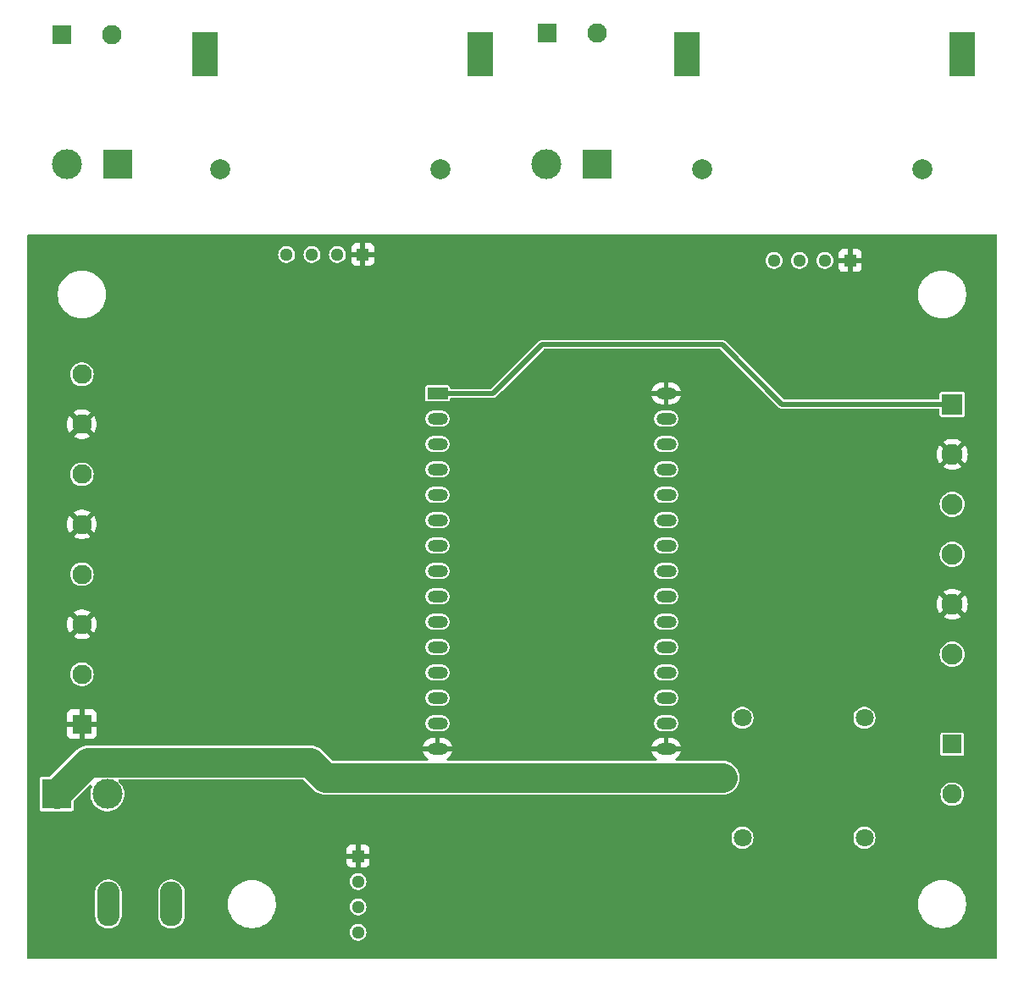
<source format=gbr>
G04 #@! TF.GenerationSoftware,KiCad,Pcbnew,8.0.3*
G04 #@! TF.CreationDate,2024-07-17T14:24:22-06:00*
G04 #@! TF.ProjectId,coilSafety,636f696c-5361-4666-9574-792e6b696361,v2*
G04 #@! TF.SameCoordinates,Original*
G04 #@! TF.FileFunction,Copper,L2,Bot*
G04 #@! TF.FilePolarity,Positive*
%FSLAX46Y46*%
G04 Gerber Fmt 4.6, Leading zero omitted, Abs format (unit mm)*
G04 Created by KiCad (PCBNEW 8.0.3) date 2024-07-17 14:24:22*
%MOMM*%
%LPD*%
G01*
G04 APERTURE LIST*
G04 #@! TA.AperFunction,ComponentPad*
%ADD10R,1.950000X1.950000*%
G04 #@! TD*
G04 #@! TA.AperFunction,ComponentPad*
%ADD11C,1.950000*%
G04 #@! TD*
G04 #@! TA.AperFunction,ComponentPad*
%ADD12R,3.000000X3.000000*%
G04 #@! TD*
G04 #@! TA.AperFunction,ComponentPad*
%ADD13C,3.000000*%
G04 #@! TD*
G04 #@! TA.AperFunction,ComponentPad*
%ADD14C,2.000000*%
G04 #@! TD*
G04 #@! TA.AperFunction,ComponentPad*
%ADD15R,2.500000X4.500000*%
G04 #@! TD*
G04 #@! TA.AperFunction,ComponentPad*
%ADD16R,1.288000X1.288000*%
G04 #@! TD*
G04 #@! TA.AperFunction,ComponentPad*
%ADD17C,1.288000*%
G04 #@! TD*
G04 #@! TA.AperFunction,ComponentPad*
%ADD18R,2.000000X1.200000*%
G04 #@! TD*
G04 #@! TA.AperFunction,ComponentPad*
%ADD19O,2.000000X1.200000*%
G04 #@! TD*
G04 #@! TA.AperFunction,ComponentPad*
%ADD20R,1.803400X1.803400*%
G04 #@! TD*
G04 #@! TA.AperFunction,ComponentPad*
%ADD21C,1.803400*%
G04 #@! TD*
G04 #@! TA.AperFunction,ComponentPad*
%ADD22O,2.250000X4.500000*%
G04 #@! TD*
G04 #@! TA.AperFunction,ComponentPad*
%ADD23R,2.100000X2.100000*%
G04 #@! TD*
G04 #@! TA.AperFunction,ComponentPad*
%ADD24C,2.100000*%
G04 #@! TD*
G04 #@! TA.AperFunction,Conductor*
%ADD25C,3.000000*%
G04 #@! TD*
G04 #@! TA.AperFunction,Conductor*
%ADD26C,0.500000*%
G04 #@! TD*
G04 APERTURE END LIST*
D10*
X106000000Y-57000000D03*
D11*
X111000000Y-57000000D03*
D12*
X159540000Y-70000000D03*
D13*
X154460000Y-70000000D03*
D12*
X111540000Y-70000000D03*
D13*
X106460000Y-70000000D03*
D10*
X154500000Y-56837500D03*
D11*
X159500000Y-56837500D03*
D14*
X170000000Y-70500000D03*
X192000000Y-70500000D03*
D15*
X196000000Y-59000000D03*
X168500000Y-59000000D03*
D16*
X136080000Y-79000000D03*
D17*
X133540000Y-79000000D03*
X131000000Y-79000000D03*
X128460000Y-79000000D03*
D16*
X135600000Y-139190000D03*
D17*
X135600000Y-141730000D03*
X135600000Y-144270000D03*
X135600000Y-146810000D03*
D10*
X108000000Y-126000000D03*
D11*
X108000000Y-121000000D03*
X108000000Y-116000000D03*
X108000000Y-111000000D03*
X108000000Y-106000000D03*
X108000000Y-101000000D03*
X108000000Y-96000000D03*
X108000000Y-91000000D03*
D12*
X105460000Y-133000000D03*
D13*
X110540000Y-133000000D03*
D18*
X143546000Y-92900260D03*
D19*
X143546000Y-95440260D03*
X143546000Y-97980260D03*
X143546000Y-100520260D03*
X143546000Y-103060260D03*
X143546000Y-105600260D03*
X143546000Y-108140260D03*
X143546000Y-110680260D03*
X143546000Y-113220260D03*
X143546000Y-115760260D03*
X143546000Y-118300260D03*
X143546000Y-120840260D03*
X143546000Y-123380260D03*
X143546000Y-125920260D03*
X143546000Y-128460260D03*
X166406000Y-128460260D03*
X166406000Y-125920260D03*
X166406000Y-123380260D03*
X166406000Y-120840260D03*
X166406000Y-118300260D03*
X166406000Y-115760260D03*
X166406000Y-113220260D03*
X166406000Y-110680260D03*
X166406000Y-108140260D03*
X166406000Y-105600260D03*
X166406000Y-103060260D03*
X166406000Y-100520260D03*
X166406000Y-97980260D03*
X166406000Y-95440260D03*
X166406000Y-92900260D03*
D16*
X184810000Y-79600000D03*
D17*
X182270000Y-79600000D03*
X179730000Y-79600000D03*
X177190000Y-79600000D03*
D20*
X172024400Y-131365000D03*
D21*
X174031000Y-137359400D03*
X186223000Y-137359400D03*
X186223000Y-125370600D03*
X174031000Y-125370600D03*
D22*
X116937500Y-144000000D03*
X110637500Y-144000000D03*
D23*
X195000000Y-94000000D03*
D24*
X195000000Y-99000000D03*
X195000000Y-104000000D03*
X195000000Y-109000000D03*
X195000000Y-114000000D03*
X195000000Y-119000000D03*
D10*
X195000000Y-128000000D03*
D11*
X195000000Y-133000000D03*
D14*
X121837500Y-70500000D03*
X143837500Y-70500000D03*
D15*
X147837500Y-59000000D03*
X120337500Y-59000000D03*
D25*
X108660000Y-129800000D02*
X130800000Y-129800000D01*
X132365000Y-131365000D02*
X172024400Y-131365000D01*
X130800000Y-129800000D02*
X132365000Y-131365000D01*
X105460000Y-133000000D02*
X108660000Y-129800000D01*
D26*
X178000000Y-94000000D02*
X195000000Y-94000000D01*
X154000000Y-88000000D02*
X172000000Y-88000000D01*
X143546000Y-92900260D02*
X149099740Y-92900260D01*
X172000000Y-88000000D02*
X178000000Y-94000000D01*
X149099740Y-92900260D02*
X154000000Y-88000000D01*
G04 #@! TA.AperFunction,Conductor*
G36*
X199425000Y-77019962D02*
G01*
X199479538Y-77074500D01*
X199499500Y-77149000D01*
X199499500Y-149350500D01*
X199479538Y-149425000D01*
X199425000Y-149479538D01*
X199350500Y-149499500D01*
X102649500Y-149499500D01*
X102575000Y-149479538D01*
X102520462Y-149425000D01*
X102500500Y-149350500D01*
X102500500Y-146810000D01*
X134750848Y-146810000D01*
X134769403Y-146986546D01*
X134824260Y-147155380D01*
X134824261Y-147155382D01*
X134913022Y-147309120D01*
X134995114Y-147400292D01*
X135031806Y-147441043D01*
X135121369Y-147506114D01*
X135175425Y-147545388D01*
X135256511Y-147581489D01*
X135337598Y-147617592D01*
X135337603Y-147617593D01*
X135337606Y-147617594D01*
X135511237Y-147654500D01*
X135511239Y-147654500D01*
X135688763Y-147654500D01*
X135862393Y-147617594D01*
X135862393Y-147617593D01*
X135862402Y-147617592D01*
X136024576Y-147545387D01*
X136168194Y-147441043D01*
X136286978Y-147309119D01*
X136375739Y-147155381D01*
X136430596Y-146986549D01*
X136449152Y-146810000D01*
X136430596Y-146633451D01*
X136375739Y-146464619D01*
X136367588Y-146450500D01*
X136286977Y-146310879D01*
X136206287Y-146221264D01*
X136168194Y-146178957D01*
X136132685Y-146153159D01*
X136024574Y-146074611D01*
X135862402Y-146002408D01*
X135862393Y-146002405D01*
X135688763Y-145965500D01*
X135688761Y-145965500D01*
X135511239Y-145965500D01*
X135511237Y-145965500D01*
X135337606Y-146002405D01*
X135337597Y-146002408D01*
X135175425Y-146074611D01*
X135031808Y-146178955D01*
X135031801Y-146178962D01*
X134913022Y-146310879D01*
X134824261Y-146464617D01*
X134824260Y-146464619D01*
X134769403Y-146633453D01*
X134750848Y-146810000D01*
X102500500Y-146810000D01*
X102500500Y-142770681D01*
X109312000Y-142770681D01*
X109312000Y-145229319D01*
X109344638Y-145435389D01*
X109409111Y-145633816D01*
X109409114Y-145633821D01*
X109409116Y-145633827D01*
X109503828Y-145819710D01*
X109503831Y-145819715D01*
X109626459Y-145988498D01*
X109626462Y-145988501D01*
X109626465Y-145988505D01*
X109773995Y-146136035D01*
X109773998Y-146136037D01*
X109774001Y-146136040D01*
X109833078Y-146178962D01*
X109942786Y-146258670D01*
X110128684Y-146353389D01*
X110327111Y-146417862D01*
X110533181Y-146450500D01*
X110533186Y-146450500D01*
X110741814Y-146450500D01*
X110741819Y-146450500D01*
X110947889Y-146417862D01*
X111146316Y-146353389D01*
X111332214Y-146258670D01*
X111501005Y-146136035D01*
X111648535Y-145988505D01*
X111771170Y-145819714D01*
X111865889Y-145633816D01*
X111930362Y-145435389D01*
X111963000Y-145229319D01*
X111963000Y-142770681D01*
X115612000Y-142770681D01*
X115612000Y-145229319D01*
X115644638Y-145435389D01*
X115709111Y-145633816D01*
X115709114Y-145633821D01*
X115709116Y-145633827D01*
X115803828Y-145819710D01*
X115803831Y-145819715D01*
X115926459Y-145988498D01*
X115926462Y-145988501D01*
X115926465Y-145988505D01*
X116073995Y-146136035D01*
X116073998Y-146136037D01*
X116074001Y-146136040D01*
X116133078Y-146178962D01*
X116242786Y-146258670D01*
X116428684Y-146353389D01*
X116627111Y-146417862D01*
X116833181Y-146450500D01*
X116833186Y-146450500D01*
X117041814Y-146450500D01*
X117041819Y-146450500D01*
X117247889Y-146417862D01*
X117446316Y-146353389D01*
X117632214Y-146258670D01*
X117801005Y-146136035D01*
X117948535Y-145988505D01*
X118071170Y-145819714D01*
X118165889Y-145633816D01*
X118230362Y-145435389D01*
X118263000Y-145229319D01*
X118263000Y-143865191D01*
X122599500Y-143865191D01*
X122599500Y-144134808D01*
X122629687Y-144402730D01*
X122689681Y-144665582D01*
X122689683Y-144665587D01*
X122689684Y-144665591D01*
X122772073Y-144901044D01*
X122778732Y-144920075D01*
X122778735Y-144920084D01*
X122895716Y-145162997D01*
X123039159Y-145391286D01*
X123111206Y-145481630D01*
X123207266Y-145602085D01*
X123397915Y-145792734D01*
X123548483Y-145912808D01*
X123608713Y-145960840D01*
X123760905Y-146056468D01*
X123837003Y-146104284D01*
X124079921Y-146221267D01*
X124334409Y-146310316D01*
X124334415Y-146310317D01*
X124334417Y-146310318D01*
X124336884Y-146310881D01*
X124597268Y-146370312D01*
X124865191Y-146400500D01*
X125134809Y-146400500D01*
X125402732Y-146370312D01*
X125665591Y-146310316D01*
X125920079Y-146221267D01*
X126162997Y-146104284D01*
X126391289Y-145960838D01*
X126602085Y-145792734D01*
X126792734Y-145602085D01*
X126960838Y-145391289D01*
X127104284Y-145162997D01*
X127221267Y-144920079D01*
X127310316Y-144665591D01*
X127370312Y-144402732D01*
X127385267Y-144270000D01*
X134750848Y-144270000D01*
X134769403Y-144446546D01*
X134824260Y-144615380D01*
X134824261Y-144615382D01*
X134913022Y-144769120D01*
X134995114Y-144860292D01*
X135031806Y-144901043D01*
X135058007Y-144920079D01*
X135175425Y-145005388D01*
X135256511Y-145041489D01*
X135337598Y-145077592D01*
X135337603Y-145077593D01*
X135337606Y-145077594D01*
X135511237Y-145114500D01*
X135511239Y-145114500D01*
X135688763Y-145114500D01*
X135862393Y-145077594D01*
X135862393Y-145077593D01*
X135862402Y-145077592D01*
X136024576Y-145005387D01*
X136168194Y-144901043D01*
X136286978Y-144769119D01*
X136375739Y-144615381D01*
X136430596Y-144446549D01*
X136449152Y-144270000D01*
X136430596Y-144093451D01*
X136375739Y-143924619D01*
X136341428Y-143865191D01*
X191599500Y-143865191D01*
X191599500Y-144134808D01*
X191629687Y-144402730D01*
X191689681Y-144665582D01*
X191689683Y-144665587D01*
X191689684Y-144665591D01*
X191772073Y-144901044D01*
X191778732Y-144920075D01*
X191778735Y-144920084D01*
X191895716Y-145162997D01*
X192039159Y-145391286D01*
X192111206Y-145481630D01*
X192207266Y-145602085D01*
X192397915Y-145792734D01*
X192548483Y-145912808D01*
X192608713Y-145960840D01*
X192760905Y-146056468D01*
X192837003Y-146104284D01*
X193079921Y-146221267D01*
X193334409Y-146310316D01*
X193334415Y-146310317D01*
X193334417Y-146310318D01*
X193336884Y-146310881D01*
X193597268Y-146370312D01*
X193865191Y-146400500D01*
X194134809Y-146400500D01*
X194402732Y-146370312D01*
X194665591Y-146310316D01*
X194920079Y-146221267D01*
X195162997Y-146104284D01*
X195391289Y-145960838D01*
X195602085Y-145792734D01*
X195792734Y-145602085D01*
X195960838Y-145391289D01*
X196104284Y-145162997D01*
X196221267Y-144920079D01*
X196310316Y-144665591D01*
X196370312Y-144402732D01*
X196400500Y-144134809D01*
X196400500Y-143865191D01*
X196370312Y-143597268D01*
X196310316Y-143334409D01*
X196221267Y-143079921D01*
X196104284Y-142837003D01*
X196056468Y-142760905D01*
X195960840Y-142608713D01*
X195904124Y-142537594D01*
X195792734Y-142397915D01*
X195602085Y-142207266D01*
X195481630Y-142111206D01*
X195391286Y-142039159D01*
X195162997Y-141895716D01*
X194920084Y-141778735D01*
X194920081Y-141778734D01*
X194920079Y-141778733D01*
X194665591Y-141689684D01*
X194665587Y-141689683D01*
X194665582Y-141689681D01*
X194402730Y-141629687D01*
X194134809Y-141599500D01*
X193865191Y-141599500D01*
X193597269Y-141629687D01*
X193334417Y-141689681D01*
X193334412Y-141689683D01*
X193079924Y-141778732D01*
X193079915Y-141778735D01*
X192837002Y-141895716D01*
X192608713Y-142039159D01*
X192397910Y-142207270D01*
X192207270Y-142397910D01*
X192039159Y-142608713D01*
X191895716Y-142837002D01*
X191778735Y-143079915D01*
X191778732Y-143079924D01*
X191689683Y-143334412D01*
X191689681Y-143334417D01*
X191629687Y-143597269D01*
X191599500Y-143865191D01*
X136341428Y-143865191D01*
X136286978Y-143770881D01*
X136286977Y-143770879D01*
X136213965Y-143689792D01*
X136168194Y-143638957D01*
X136110814Y-143597268D01*
X136024574Y-143534611D01*
X135862402Y-143462408D01*
X135862393Y-143462405D01*
X135688763Y-143425500D01*
X135688761Y-143425500D01*
X135511239Y-143425500D01*
X135511237Y-143425500D01*
X135337606Y-143462405D01*
X135337597Y-143462408D01*
X135175425Y-143534611D01*
X135031808Y-143638955D01*
X135031801Y-143638962D01*
X134913022Y-143770879D01*
X134824261Y-143924617D01*
X134824260Y-143924619D01*
X134769403Y-144093453D01*
X134750848Y-144270000D01*
X127385267Y-144270000D01*
X127400500Y-144134809D01*
X127400500Y-143865191D01*
X127370312Y-143597268D01*
X127310316Y-143334409D01*
X127221267Y-143079921D01*
X127104284Y-142837003D01*
X127056468Y-142760905D01*
X126960840Y-142608713D01*
X126904124Y-142537594D01*
X126792734Y-142397915D01*
X126602085Y-142207266D01*
X126481630Y-142111206D01*
X126391286Y-142039159D01*
X126162997Y-141895716D01*
X125920084Y-141778735D01*
X125920081Y-141778734D01*
X125920079Y-141778733D01*
X125780808Y-141730000D01*
X134750848Y-141730000D01*
X134769403Y-141906546D01*
X134824260Y-142075380D01*
X134824261Y-142075382D01*
X134913022Y-142229120D01*
X134995114Y-142320292D01*
X135031806Y-142361043D01*
X135121369Y-142426114D01*
X135175425Y-142465388D01*
X135256511Y-142501489D01*
X135337598Y-142537592D01*
X135337603Y-142537593D01*
X135337606Y-142537594D01*
X135511237Y-142574500D01*
X135511239Y-142574500D01*
X135688763Y-142574500D01*
X135862393Y-142537594D01*
X135862393Y-142537593D01*
X135862402Y-142537592D01*
X136024576Y-142465387D01*
X136168194Y-142361043D01*
X136286978Y-142229119D01*
X136375739Y-142075381D01*
X136430596Y-141906549D01*
X136449152Y-141730000D01*
X136430596Y-141553451D01*
X136375739Y-141384619D01*
X136286978Y-141230881D01*
X136286977Y-141230879D01*
X136213965Y-141149792D01*
X136168194Y-141098957D01*
X136132685Y-141073159D01*
X136024574Y-140994611D01*
X135862402Y-140922408D01*
X135862393Y-140922405D01*
X135688763Y-140885500D01*
X135688761Y-140885500D01*
X135511239Y-140885500D01*
X135511237Y-140885500D01*
X135337606Y-140922405D01*
X135337597Y-140922408D01*
X135175425Y-140994611D01*
X135031808Y-141098955D01*
X135031801Y-141098962D01*
X134913022Y-141230879D01*
X134824261Y-141384617D01*
X134824260Y-141384619D01*
X134769403Y-141553453D01*
X134750848Y-141730000D01*
X125780808Y-141730000D01*
X125665591Y-141689684D01*
X125665587Y-141689683D01*
X125665582Y-141689681D01*
X125402730Y-141629687D01*
X125134809Y-141599500D01*
X124865191Y-141599500D01*
X124597269Y-141629687D01*
X124334417Y-141689681D01*
X124334412Y-141689683D01*
X124079924Y-141778732D01*
X124079915Y-141778735D01*
X123837002Y-141895716D01*
X123608713Y-142039159D01*
X123397910Y-142207270D01*
X123207270Y-142397910D01*
X123039159Y-142608713D01*
X122895716Y-142837002D01*
X122778735Y-143079915D01*
X122778732Y-143079924D01*
X122689683Y-143334412D01*
X122689681Y-143334417D01*
X122629687Y-143597269D01*
X122599500Y-143865191D01*
X118263000Y-143865191D01*
X118263000Y-142770681D01*
X118230362Y-142564611D01*
X118165889Y-142366184D01*
X118163266Y-142361037D01*
X118096051Y-142229119D01*
X118071170Y-142180286D01*
X117994952Y-142075382D01*
X117948540Y-142011501D01*
X117948537Y-142011498D01*
X117948535Y-142011495D01*
X117801005Y-141863965D01*
X117801001Y-141863962D01*
X117800998Y-141863959D01*
X117632215Y-141741331D01*
X117632214Y-141741330D01*
X117621196Y-141735716D01*
X117446327Y-141646616D01*
X117446321Y-141646614D01*
X117446316Y-141646611D01*
X117247889Y-141582138D01*
X117041819Y-141549500D01*
X116833181Y-141549500D01*
X116627111Y-141582138D01*
X116480768Y-141629688D01*
X116428684Y-141646611D01*
X116428681Y-141646612D01*
X116428672Y-141646616D01*
X116242789Y-141741328D01*
X116242784Y-141741331D01*
X116074001Y-141863959D01*
X115926459Y-142011501D01*
X115803831Y-142180284D01*
X115803828Y-142180289D01*
X115709116Y-142366172D01*
X115709112Y-142366181D01*
X115709111Y-142366184D01*
X115644638Y-142564611D01*
X115612000Y-142770681D01*
X111963000Y-142770681D01*
X111930362Y-142564611D01*
X111865889Y-142366184D01*
X111863266Y-142361037D01*
X111796051Y-142229119D01*
X111771170Y-142180286D01*
X111694952Y-142075382D01*
X111648540Y-142011501D01*
X111648537Y-142011498D01*
X111648535Y-142011495D01*
X111501005Y-141863965D01*
X111501001Y-141863962D01*
X111500998Y-141863959D01*
X111332215Y-141741331D01*
X111332214Y-141741330D01*
X111321196Y-141735716D01*
X111146327Y-141646616D01*
X111146321Y-141646614D01*
X111146316Y-141646611D01*
X110947889Y-141582138D01*
X110741819Y-141549500D01*
X110533181Y-141549500D01*
X110327111Y-141582138D01*
X110180768Y-141629688D01*
X110128684Y-141646611D01*
X110128681Y-141646612D01*
X110128672Y-141646616D01*
X109942789Y-141741328D01*
X109942784Y-141741331D01*
X109774001Y-141863959D01*
X109626459Y-142011501D01*
X109503831Y-142180284D01*
X109503828Y-142180289D01*
X109409116Y-142366172D01*
X109409112Y-142366181D01*
X109409111Y-142366184D01*
X109344638Y-142564611D01*
X109312000Y-142770681D01*
X102500500Y-142770681D01*
X102500500Y-138498177D01*
X134456000Y-138498177D01*
X134456000Y-138940000D01*
X135298458Y-138940000D01*
X135287923Y-138950535D01*
X135236578Y-139039466D01*
X135210000Y-139138656D01*
X135210000Y-139241344D01*
X135236578Y-139340534D01*
X135287923Y-139429465D01*
X135298458Y-139440000D01*
X134456000Y-139440000D01*
X134456000Y-139881822D01*
X134456001Y-139881842D01*
X134462401Y-139941377D01*
X134512645Y-140076084D01*
X134512650Y-140076094D01*
X134598809Y-140191187D01*
X134598812Y-140191190D01*
X134713905Y-140277349D01*
X134713915Y-140277354D01*
X134848623Y-140327598D01*
X134848621Y-140327598D01*
X134908157Y-140333998D01*
X134908177Y-140334000D01*
X135350000Y-140334000D01*
X135350000Y-139491542D01*
X135360535Y-139502077D01*
X135449466Y-139553422D01*
X135548656Y-139580000D01*
X135651344Y-139580000D01*
X135750534Y-139553422D01*
X135839465Y-139502077D01*
X135850000Y-139491542D01*
X135850000Y-140334000D01*
X136291823Y-140334000D01*
X136291842Y-140333998D01*
X136351377Y-140327598D01*
X136486084Y-140277354D01*
X136486094Y-140277349D01*
X136601187Y-140191190D01*
X136601190Y-140191187D01*
X136687349Y-140076094D01*
X136687354Y-140076084D01*
X136737598Y-139941377D01*
X136743998Y-139881842D01*
X136744000Y-139881822D01*
X136744000Y-139440000D01*
X135901542Y-139440000D01*
X135912077Y-139429465D01*
X135963422Y-139340534D01*
X135990000Y-139241344D01*
X135990000Y-139138656D01*
X135963422Y-139039466D01*
X135912077Y-138950535D01*
X135901542Y-138940000D01*
X136744000Y-138940000D01*
X136744000Y-138498177D01*
X136743998Y-138498157D01*
X136737598Y-138438622D01*
X136687354Y-138303915D01*
X136687349Y-138303905D01*
X136601190Y-138188812D01*
X136601187Y-138188809D01*
X136486094Y-138102650D01*
X136486084Y-138102645D01*
X136351376Y-138052401D01*
X136351378Y-138052401D01*
X136291842Y-138046001D01*
X136291823Y-138046000D01*
X135850000Y-138046000D01*
X135850000Y-138888458D01*
X135839465Y-138877923D01*
X135750534Y-138826578D01*
X135651344Y-138800000D01*
X135548656Y-138800000D01*
X135449466Y-138826578D01*
X135360535Y-138877923D01*
X135350000Y-138888458D01*
X135350000Y-138046000D01*
X134908177Y-138046000D01*
X134908157Y-138046001D01*
X134848622Y-138052401D01*
X134713915Y-138102645D01*
X134713905Y-138102650D01*
X134598812Y-138188809D01*
X134598809Y-138188812D01*
X134512650Y-138303905D01*
X134512645Y-138303915D01*
X134462401Y-138438622D01*
X134456001Y-138498157D01*
X134456000Y-138498177D01*
X102500500Y-138498177D01*
X102500500Y-137359395D01*
X172924078Y-137359395D01*
X172924078Y-137359404D01*
X172942924Y-137562791D01*
X172998826Y-137759267D01*
X173089874Y-137942117D01*
X173212975Y-138105129D01*
X173363929Y-138242742D01*
X173363934Y-138242746D01*
X173537595Y-138350272D01*
X173537606Y-138350278D01*
X173728070Y-138424064D01*
X173728071Y-138424064D01*
X173728076Y-138424066D01*
X173928866Y-138461600D01*
X173928869Y-138461600D01*
X174133131Y-138461600D01*
X174133134Y-138461600D01*
X174333924Y-138424066D01*
X174524398Y-138350276D01*
X174698070Y-138242743D01*
X174849025Y-138105129D01*
X174972124Y-137942119D01*
X175063174Y-137759266D01*
X175119075Y-137562796D01*
X175137922Y-137359400D01*
X175137922Y-137359395D01*
X185116078Y-137359395D01*
X185116078Y-137359404D01*
X185134924Y-137562791D01*
X185190826Y-137759267D01*
X185281874Y-137942117D01*
X185404975Y-138105129D01*
X185555929Y-138242742D01*
X185555934Y-138242746D01*
X185729595Y-138350272D01*
X185729606Y-138350278D01*
X185920070Y-138424064D01*
X185920071Y-138424064D01*
X185920076Y-138424066D01*
X186120866Y-138461600D01*
X186120869Y-138461600D01*
X186325131Y-138461600D01*
X186325134Y-138461600D01*
X186525924Y-138424066D01*
X186716398Y-138350276D01*
X186890070Y-138242743D01*
X187041025Y-138105129D01*
X187164124Y-137942119D01*
X187255174Y-137759266D01*
X187311075Y-137562796D01*
X187329922Y-137359400D01*
X187311075Y-137156004D01*
X187255174Y-136959534D01*
X187254432Y-136958044D01*
X187164125Y-136776682D01*
X187041024Y-136613670D01*
X186890070Y-136476057D01*
X186890065Y-136476053D01*
X186716404Y-136368527D01*
X186716393Y-136368521D01*
X186525929Y-136294735D01*
X186525924Y-136294734D01*
X186485766Y-136287227D01*
X186325138Y-136257200D01*
X186325134Y-136257200D01*
X186120866Y-136257200D01*
X186120861Y-136257200D01*
X185920076Y-136294734D01*
X185920070Y-136294735D01*
X185729606Y-136368521D01*
X185729595Y-136368527D01*
X185555934Y-136476053D01*
X185555929Y-136476057D01*
X185404975Y-136613670D01*
X185281874Y-136776682D01*
X185190826Y-136959532D01*
X185134924Y-137156008D01*
X185116078Y-137359395D01*
X175137922Y-137359395D01*
X175119075Y-137156004D01*
X175063174Y-136959534D01*
X175062432Y-136958044D01*
X174972125Y-136776682D01*
X174849024Y-136613670D01*
X174698070Y-136476057D01*
X174698065Y-136476053D01*
X174524404Y-136368527D01*
X174524393Y-136368521D01*
X174333929Y-136294735D01*
X174333924Y-136294734D01*
X174293766Y-136287227D01*
X174133138Y-136257200D01*
X174133134Y-136257200D01*
X173928866Y-136257200D01*
X173928861Y-136257200D01*
X173728076Y-136294734D01*
X173728070Y-136294735D01*
X173537606Y-136368521D01*
X173537595Y-136368527D01*
X173363934Y-136476053D01*
X173363929Y-136476057D01*
X173212975Y-136613670D01*
X173089874Y-136776682D01*
X172998826Y-136959532D01*
X172942924Y-137156008D01*
X172924078Y-137359395D01*
X102500500Y-137359395D01*
X102500500Y-132883927D01*
X103759499Y-132883927D01*
X103759499Y-133116729D01*
X103759500Y-133116758D01*
X103759500Y-134519748D01*
X103771132Y-134578230D01*
X103771133Y-134578231D01*
X103815448Y-134644552D01*
X103881769Y-134688867D01*
X103940252Y-134700500D01*
X105343894Y-134700500D01*
X105343926Y-134700501D01*
X105348544Y-134700501D01*
X105576074Y-134700501D01*
X105576106Y-134700500D01*
X106979748Y-134700500D01*
X107038231Y-134688867D01*
X107104552Y-134644552D01*
X107148867Y-134578231D01*
X107160500Y-134519748D01*
X107160500Y-133766088D01*
X107180462Y-133691588D01*
X107204141Y-133660729D01*
X107976334Y-132888536D01*
X108756316Y-132108553D01*
X108823109Y-132069991D01*
X108900237Y-132069991D01*
X108967032Y-132108555D01*
X109005596Y-132175350D01*
X109005596Y-132252478D01*
X109000373Y-132268350D01*
X108910491Y-132497363D01*
X108910490Y-132497367D01*
X108853779Y-132745835D01*
X108853776Y-132745855D01*
X108834732Y-132999994D01*
X108834732Y-133000005D01*
X108853776Y-133254144D01*
X108853779Y-133254164D01*
X108910490Y-133502632D01*
X108910491Y-133502636D01*
X109003605Y-133739884D01*
X109003608Y-133739891D01*
X109067324Y-133850250D01*
X109131041Y-133960612D01*
X109131045Y-133960617D01*
X109289946Y-134159873D01*
X109289949Y-134159875D01*
X109289950Y-134159877D01*
X109476783Y-134333232D01*
X109687366Y-134476805D01*
X109916996Y-134587389D01*
X110160536Y-134662511D01*
X110160538Y-134662512D01*
X110160539Y-134662512D01*
X110160542Y-134662513D01*
X110412565Y-134700500D01*
X110412567Y-134700500D01*
X110667433Y-134700500D01*
X110667435Y-134700500D01*
X110919458Y-134662513D01*
X111163004Y-134587389D01*
X111392634Y-134476805D01*
X111603217Y-134333232D01*
X111790050Y-134159877D01*
X111948959Y-133960612D01*
X112076393Y-133739888D01*
X112169508Y-133502637D01*
X112226222Y-133254157D01*
X112229013Y-133216918D01*
X112245268Y-133000005D01*
X112245268Y-132999994D01*
X112226223Y-132745855D01*
X112226222Y-132745853D01*
X112226222Y-132745843D01*
X112169508Y-132497363D01*
X112076393Y-132260112D01*
X111948959Y-132039388D01*
X111872274Y-131943228D01*
X111790053Y-131840126D01*
X111702323Y-131758725D01*
X111661289Y-131693419D01*
X111658405Y-131616344D01*
X111694444Y-131548154D01*
X111759750Y-131507120D01*
X111803669Y-131500500D01*
X130033912Y-131500500D01*
X130108412Y-131520462D01*
X130139271Y-131544141D01*
X131083749Y-132488619D01*
X131083753Y-132488624D01*
X131241376Y-132646247D01*
X131418226Y-132781948D01*
X131418229Y-132781950D01*
X131611266Y-132893401D01*
X131611269Y-132893402D01*
X131611274Y-132893405D01*
X131776030Y-132961649D01*
X131817221Y-132978711D01*
X131896693Y-133000005D01*
X132032537Y-133036404D01*
X132253543Y-133065500D01*
X172135857Y-133065500D01*
X172356863Y-133036404D01*
X172492744Y-132999995D01*
X193819464Y-132999995D01*
X193819464Y-133000004D01*
X193839564Y-133216918D01*
X193839564Y-133216920D01*
X193839565Y-133216923D01*
X193850159Y-133254157D01*
X193899182Y-133426456D01*
X193899186Y-133426468D01*
X193996286Y-133621470D01*
X194127573Y-133795322D01*
X194288568Y-133942088D01*
X194473790Y-134056772D01*
X194473792Y-134056772D01*
X194473794Y-134056774D01*
X194473796Y-134056775D01*
X194659606Y-134128758D01*
X194676931Y-134135470D01*
X194891074Y-134175500D01*
X194891077Y-134175500D01*
X195108923Y-134175500D01*
X195108926Y-134175500D01*
X195323069Y-134135470D01*
X195446946Y-134087479D01*
X195526203Y-134056775D01*
X195526205Y-134056774D01*
X195526205Y-134056773D01*
X195526210Y-134056772D01*
X195711432Y-133942088D01*
X195872427Y-133795322D01*
X196003712Y-133621472D01*
X196062885Y-133502637D01*
X196100813Y-133426468D01*
X196100813Y-133426465D01*
X196100817Y-133426459D01*
X196160435Y-133216923D01*
X196171602Y-133096410D01*
X196180536Y-133000004D01*
X196180536Y-132999995D01*
X196160435Y-132783081D01*
X196160435Y-132783077D01*
X196100817Y-132573541D01*
X196100814Y-132573536D01*
X196100813Y-132573531D01*
X196003713Y-132378529D01*
X195872426Y-132204677D01*
X195711433Y-132057913D01*
X195711432Y-132057912D01*
X195526210Y-131943228D01*
X195526209Y-131943227D01*
X195526205Y-131943225D01*
X195526203Y-131943224D01*
X195323073Y-131864531D01*
X195323070Y-131864530D01*
X195323069Y-131864530D01*
X195269050Y-131854432D01*
X195108930Y-131824500D01*
X195108926Y-131824500D01*
X194891074Y-131824500D01*
X194891069Y-131824500D01*
X194676926Y-131864531D01*
X194473796Y-131943224D01*
X194473794Y-131943225D01*
X194288566Y-132057913D01*
X194127573Y-132204677D01*
X193996286Y-132378529D01*
X193899186Y-132573531D01*
X193899182Y-132573543D01*
X193839564Y-132783081D01*
X193819464Y-132999995D01*
X172492744Y-132999995D01*
X172572177Y-132978711D01*
X172572178Y-132978711D01*
X172572179Y-132978710D01*
X172572181Y-132978710D01*
X172778126Y-132893405D01*
X172971174Y-132781948D01*
X173148024Y-132646247D01*
X173305647Y-132488624D01*
X173441348Y-132311774D01*
X173552805Y-132118726D01*
X173638110Y-131912781D01*
X173695804Y-131697463D01*
X173724900Y-131476457D01*
X173724900Y-131253543D01*
X173695804Y-131032537D01*
X173638110Y-130817219D01*
X173552805Y-130611274D01*
X173552802Y-130611269D01*
X173552801Y-130611266D01*
X173441350Y-130418229D01*
X173305645Y-130241374D01*
X173148025Y-130083754D01*
X172971170Y-129948049D01*
X172778133Y-129836598D01*
X172572178Y-129751288D01*
X172356864Y-129693596D01*
X172356847Y-129693593D01*
X172135862Y-129664500D01*
X172135857Y-129664500D01*
X167478512Y-129664500D01*
X167404012Y-129644538D01*
X167349474Y-129590000D01*
X167329512Y-129515500D01*
X167349474Y-129441000D01*
X167390932Y-129394956D01*
X167522600Y-129299293D01*
X167522603Y-129299291D01*
X167645031Y-129176863D01*
X167645033Y-129176860D01*
X167746802Y-129036787D01*
X167746802Y-129036786D01*
X167825409Y-128882515D01*
X167878912Y-128717848D01*
X167880115Y-128710260D01*
X166721686Y-128710260D01*
X166726080Y-128705866D01*
X166778741Y-128614654D01*
X166806000Y-128512921D01*
X166806000Y-128407599D01*
X166778741Y-128305866D01*
X166726080Y-128214654D01*
X166721686Y-128210260D01*
X167880114Y-128210260D01*
X167878912Y-128202671D01*
X167825409Y-128038004D01*
X167746802Y-127883733D01*
X167746802Y-127883732D01*
X167645033Y-127743659D01*
X167645031Y-127743656D01*
X167522603Y-127621228D01*
X167522600Y-127621226D01*
X167382526Y-127519457D01*
X167228253Y-127440850D01*
X167063586Y-127387346D01*
X166892567Y-127360260D01*
X166656000Y-127360260D01*
X166656000Y-128144574D01*
X166651606Y-128140180D01*
X166560394Y-128087519D01*
X166458661Y-128060260D01*
X166353339Y-128060260D01*
X166251606Y-128087519D01*
X166160394Y-128140180D01*
X166156000Y-128144574D01*
X166156000Y-127360260D01*
X165919433Y-127360260D01*
X165748413Y-127387346D01*
X165583746Y-127440850D01*
X165429473Y-127519457D01*
X165429472Y-127519457D01*
X165289399Y-127621226D01*
X165289396Y-127621228D01*
X165166968Y-127743656D01*
X165166966Y-127743659D01*
X165065197Y-127883732D01*
X165065197Y-127883733D01*
X164986590Y-128038004D01*
X164933087Y-128202671D01*
X164931885Y-128210260D01*
X166090314Y-128210260D01*
X166085920Y-128214654D01*
X166033259Y-128305866D01*
X166006000Y-128407599D01*
X166006000Y-128512921D01*
X166033259Y-128614654D01*
X166085920Y-128705866D01*
X166090314Y-128710260D01*
X164931885Y-128710260D01*
X164933087Y-128717848D01*
X164986590Y-128882515D01*
X165065197Y-129036786D01*
X165065197Y-129036787D01*
X165166966Y-129176860D01*
X165166968Y-129176863D01*
X165289396Y-129299291D01*
X165289399Y-129299293D01*
X165421068Y-129394956D01*
X165469606Y-129454896D01*
X165481672Y-129531074D01*
X165454032Y-129603080D01*
X165394092Y-129651618D01*
X165333488Y-129664500D01*
X144618512Y-129664500D01*
X144544012Y-129644538D01*
X144489474Y-129590000D01*
X144469512Y-129515500D01*
X144489474Y-129441000D01*
X144530932Y-129394956D01*
X144662600Y-129299293D01*
X144662603Y-129299291D01*
X144785031Y-129176863D01*
X144785033Y-129176860D01*
X144886802Y-129036787D01*
X144886802Y-129036786D01*
X144965409Y-128882515D01*
X145018912Y-128717848D01*
X145020115Y-128710260D01*
X143861686Y-128710260D01*
X143866080Y-128705866D01*
X143918741Y-128614654D01*
X143946000Y-128512921D01*
X143946000Y-128407599D01*
X143918741Y-128305866D01*
X143866080Y-128214654D01*
X143861686Y-128210260D01*
X145020114Y-128210260D01*
X145018912Y-128202671D01*
X144965409Y-128038004D01*
X144886802Y-127883733D01*
X144886802Y-127883732D01*
X144785033Y-127743659D01*
X144785031Y-127743656D01*
X144662603Y-127621228D01*
X144662600Y-127621226D01*
X144522526Y-127519457D01*
X144368253Y-127440850D01*
X144203586Y-127387346D01*
X144032567Y-127360260D01*
X143796000Y-127360260D01*
X143796000Y-128144574D01*
X143791606Y-128140180D01*
X143700394Y-128087519D01*
X143598661Y-128060260D01*
X143493339Y-128060260D01*
X143391606Y-128087519D01*
X143300394Y-128140180D01*
X143296000Y-128144574D01*
X143296000Y-127360260D01*
X143059433Y-127360260D01*
X142888413Y-127387346D01*
X142723746Y-127440850D01*
X142569473Y-127519457D01*
X142569472Y-127519457D01*
X142429399Y-127621226D01*
X142429396Y-127621228D01*
X142306968Y-127743656D01*
X142306966Y-127743659D01*
X142205197Y-127883732D01*
X142205197Y-127883733D01*
X142126590Y-128038004D01*
X142073087Y-128202671D01*
X142071885Y-128210260D01*
X143230314Y-128210260D01*
X143225920Y-128214654D01*
X143173259Y-128305866D01*
X143146000Y-128407599D01*
X143146000Y-128512921D01*
X143173259Y-128614654D01*
X143225920Y-128705866D01*
X143230314Y-128710260D01*
X142071885Y-128710260D01*
X142073087Y-128717848D01*
X142126590Y-128882515D01*
X142205197Y-129036786D01*
X142205197Y-129036787D01*
X142306966Y-129176860D01*
X142306968Y-129176863D01*
X142429396Y-129299291D01*
X142429399Y-129299293D01*
X142561068Y-129394956D01*
X142609606Y-129454896D01*
X142621672Y-129531074D01*
X142594032Y-129603080D01*
X142534092Y-129651618D01*
X142473488Y-129664500D01*
X133131088Y-129664500D01*
X133056588Y-129644538D01*
X133025729Y-129620859D01*
X132084992Y-128680122D01*
X132084986Y-128680115D01*
X131923625Y-128518754D01*
X131916023Y-128512921D01*
X131746774Y-128383052D01*
X131746773Y-128383051D01*
X131746770Y-128383049D01*
X131553733Y-128271598D01*
X131347778Y-128186288D01*
X131155531Y-128134777D01*
X131132463Y-128128596D01*
X131132461Y-128128595D01*
X131132455Y-128128594D01*
X130911459Y-128099499D01*
X130911456Y-128099499D01*
X130688544Y-128099499D01*
X130683926Y-128099499D01*
X130683894Y-128099500D01*
X108548537Y-128099500D01*
X108327551Y-128128593D01*
X108327534Y-128128596D01*
X108112223Y-128186287D01*
X107906269Y-128271597D01*
X107713224Y-128383051D01*
X107656543Y-128426546D01*
X107656542Y-128426547D01*
X107536374Y-128518754D01*
X107378749Y-128676380D01*
X104799271Y-131255859D01*
X104732476Y-131294423D01*
X104693912Y-131299500D01*
X103940252Y-131299500D01*
X103881769Y-131311132D01*
X103815448Y-131355448D01*
X103771132Y-131421769D01*
X103759500Y-131480251D01*
X103759500Y-132883893D01*
X103759499Y-132883927D01*
X102500500Y-132883927D01*
X102500500Y-124977177D01*
X106525000Y-124977177D01*
X106525000Y-125750000D01*
X107399999Y-125750000D01*
X107374979Y-125810402D01*
X107350000Y-125935981D01*
X107350000Y-126064019D01*
X107374979Y-126189598D01*
X107399999Y-126250000D01*
X106525000Y-126250000D01*
X106525000Y-127022822D01*
X106525001Y-127022842D01*
X106531401Y-127082377D01*
X106581645Y-127217084D01*
X106581650Y-127217094D01*
X106667809Y-127332187D01*
X106667812Y-127332190D01*
X106782905Y-127418349D01*
X106782915Y-127418354D01*
X106917623Y-127468598D01*
X106917621Y-127468598D01*
X106977157Y-127474998D01*
X106977177Y-127475000D01*
X107750000Y-127475000D01*
X107750000Y-126600001D01*
X107810402Y-126625021D01*
X107935981Y-126650000D01*
X108064019Y-126650000D01*
X108189598Y-126625021D01*
X108250000Y-126600001D01*
X108250000Y-127475000D01*
X109022823Y-127475000D01*
X109022842Y-127474998D01*
X109082377Y-127468598D01*
X109217084Y-127418354D01*
X109217094Y-127418349D01*
X109332187Y-127332190D01*
X109332190Y-127332187D01*
X109418349Y-127217094D01*
X109418354Y-127217084D01*
X109468598Y-127082377D01*
X109474998Y-127022842D01*
X109475000Y-127022822D01*
X109475000Y-127005251D01*
X193824500Y-127005251D01*
X193824500Y-128994748D01*
X193836132Y-129053230D01*
X193836133Y-129053231D01*
X193880448Y-129119552D01*
X193946769Y-129163867D01*
X194005252Y-129175500D01*
X195994748Y-129175500D01*
X196053231Y-129163867D01*
X196119552Y-129119552D01*
X196163867Y-129053231D01*
X196175500Y-128994748D01*
X196175500Y-127005252D01*
X196163867Y-126946769D01*
X196119552Y-126880448D01*
X196053231Y-126836133D01*
X196053230Y-126836132D01*
X195994748Y-126824500D01*
X194005252Y-126824500D01*
X193946769Y-126836132D01*
X193880448Y-126880448D01*
X193836132Y-126946769D01*
X193824500Y-127005251D01*
X109475000Y-127005251D01*
X109475000Y-126250000D01*
X108600001Y-126250000D01*
X108625021Y-126189598D01*
X108650000Y-126064019D01*
X108650000Y-125935981D01*
X108631190Y-125841417D01*
X142345500Y-125841417D01*
X142345500Y-125999102D01*
X142376262Y-126153754D01*
X142376263Y-126153758D01*
X142436604Y-126299436D01*
X142436605Y-126299438D01*
X142436606Y-126299439D01*
X142524211Y-126430549D01*
X142635711Y-126542049D01*
X142766821Y-126629654D01*
X142912503Y-126689997D01*
X143067158Y-126720760D01*
X144024842Y-126720760D01*
X144179497Y-126689997D01*
X144325179Y-126629654D01*
X144456289Y-126542049D01*
X144567789Y-126430549D01*
X144655394Y-126299439D01*
X144715737Y-126153757D01*
X144746500Y-125999102D01*
X144746500Y-125841418D01*
X144746500Y-125841417D01*
X165205500Y-125841417D01*
X165205500Y-125999102D01*
X165236262Y-126153754D01*
X165236263Y-126153758D01*
X165296604Y-126299436D01*
X165296605Y-126299438D01*
X165296606Y-126299439D01*
X165384211Y-126430549D01*
X165495711Y-126542049D01*
X165626821Y-126629654D01*
X165772503Y-126689997D01*
X165927158Y-126720760D01*
X166884842Y-126720760D01*
X167039497Y-126689997D01*
X167185179Y-126629654D01*
X167316289Y-126542049D01*
X167427789Y-126430549D01*
X167515394Y-126299439D01*
X167575737Y-126153757D01*
X167606500Y-125999102D01*
X167606500Y-125841418D01*
X167600330Y-125810402D01*
X167588316Y-125750000D01*
X167575737Y-125686763D01*
X167515394Y-125541081D01*
X167427789Y-125409971D01*
X167388413Y-125370595D01*
X172924078Y-125370595D01*
X172924078Y-125370604D01*
X172942924Y-125573991D01*
X172998826Y-125770467D01*
X173089874Y-125953317D01*
X173212975Y-126116329D01*
X173363929Y-126253942D01*
X173363934Y-126253946D01*
X173537595Y-126361472D01*
X173537606Y-126361478D01*
X173728070Y-126435264D01*
X173728071Y-126435264D01*
X173728076Y-126435266D01*
X173928866Y-126472800D01*
X173928869Y-126472800D01*
X174133131Y-126472800D01*
X174133134Y-126472800D01*
X174333924Y-126435266D01*
X174524398Y-126361476D01*
X174698070Y-126253943D01*
X174849025Y-126116329D01*
X174972124Y-125953319D01*
X175063174Y-125770466D01*
X175119075Y-125573996D01*
X175134274Y-125409967D01*
X175137922Y-125370604D01*
X175137922Y-125370595D01*
X185116078Y-125370595D01*
X185116078Y-125370604D01*
X185134924Y-125573991D01*
X185190826Y-125770467D01*
X185281874Y-125953317D01*
X185404975Y-126116329D01*
X185555929Y-126253942D01*
X185555934Y-126253946D01*
X185729595Y-126361472D01*
X185729606Y-126361478D01*
X185920070Y-126435264D01*
X185920071Y-126435264D01*
X185920076Y-126435266D01*
X186120866Y-126472800D01*
X186120869Y-126472800D01*
X186325131Y-126472800D01*
X186325134Y-126472800D01*
X186525924Y-126435266D01*
X186716398Y-126361476D01*
X186890070Y-126253943D01*
X187041025Y-126116329D01*
X187164124Y-125953319D01*
X187255174Y-125770466D01*
X187311075Y-125573996D01*
X187326274Y-125409967D01*
X187329922Y-125370604D01*
X187329922Y-125370595D01*
X187315121Y-125210866D01*
X187311075Y-125167204D01*
X187255174Y-124970734D01*
X187254432Y-124969244D01*
X187164125Y-124787882D01*
X187041024Y-124624870D01*
X186890070Y-124487257D01*
X186890065Y-124487253D01*
X186716404Y-124379727D01*
X186716393Y-124379721D01*
X186525929Y-124305935D01*
X186525924Y-124305934D01*
X186485766Y-124298427D01*
X186325138Y-124268400D01*
X186325134Y-124268400D01*
X186120866Y-124268400D01*
X186120861Y-124268400D01*
X185920076Y-124305934D01*
X185920070Y-124305935D01*
X185729606Y-124379721D01*
X185729595Y-124379727D01*
X185555934Y-124487253D01*
X185555929Y-124487257D01*
X185404975Y-124624870D01*
X185281874Y-124787882D01*
X185190826Y-124970732D01*
X185148424Y-125119760D01*
X185139672Y-125150522D01*
X185134924Y-125167208D01*
X185116078Y-125370595D01*
X175137922Y-125370595D01*
X175123121Y-125210866D01*
X175119075Y-125167204D01*
X175063174Y-124970734D01*
X175062432Y-124969244D01*
X174972125Y-124787882D01*
X174849024Y-124624870D01*
X174698070Y-124487257D01*
X174698065Y-124487253D01*
X174524404Y-124379727D01*
X174524393Y-124379721D01*
X174333929Y-124305935D01*
X174333924Y-124305934D01*
X174293766Y-124298427D01*
X174133138Y-124268400D01*
X174133134Y-124268400D01*
X173928866Y-124268400D01*
X173928861Y-124268400D01*
X173728076Y-124305934D01*
X173728070Y-124305935D01*
X173537606Y-124379721D01*
X173537595Y-124379727D01*
X173363934Y-124487253D01*
X173363929Y-124487257D01*
X173212975Y-124624870D01*
X173089874Y-124787882D01*
X172998826Y-124970732D01*
X172956424Y-125119760D01*
X172947672Y-125150522D01*
X172942924Y-125167208D01*
X172924078Y-125370595D01*
X167388413Y-125370595D01*
X167316289Y-125298471D01*
X167185179Y-125210866D01*
X167185178Y-125210865D01*
X167185176Y-125210864D01*
X167039498Y-125150523D01*
X167039494Y-125150522D01*
X166884842Y-125119760D01*
X165927158Y-125119760D01*
X165772505Y-125150522D01*
X165772501Y-125150523D01*
X165626823Y-125210864D01*
X165495707Y-125298474D01*
X165384214Y-125409967D01*
X165296604Y-125541083D01*
X165236263Y-125686761D01*
X165236262Y-125686765D01*
X165205500Y-125841417D01*
X144746500Y-125841417D01*
X144740330Y-125810402D01*
X144728316Y-125750000D01*
X144715737Y-125686763D01*
X144655394Y-125541081D01*
X144567789Y-125409971D01*
X144456289Y-125298471D01*
X144325179Y-125210866D01*
X144325178Y-125210865D01*
X144325176Y-125210864D01*
X144179498Y-125150523D01*
X144179494Y-125150522D01*
X144024842Y-125119760D01*
X143067158Y-125119760D01*
X142912505Y-125150522D01*
X142912501Y-125150523D01*
X142766823Y-125210864D01*
X142635707Y-125298474D01*
X142524214Y-125409967D01*
X142436604Y-125541083D01*
X142376263Y-125686761D01*
X142376262Y-125686765D01*
X142345500Y-125841417D01*
X108631190Y-125841417D01*
X108625021Y-125810402D01*
X108600001Y-125750000D01*
X109475000Y-125750000D01*
X109475000Y-124977177D01*
X109474998Y-124977157D01*
X109468598Y-124917622D01*
X109418354Y-124782915D01*
X109418349Y-124782905D01*
X109332190Y-124667812D01*
X109332187Y-124667809D01*
X109217094Y-124581650D01*
X109217084Y-124581645D01*
X109082376Y-124531401D01*
X109082378Y-124531401D01*
X109022842Y-124525001D01*
X109022823Y-124525000D01*
X108250000Y-124525000D01*
X108250000Y-125399998D01*
X108189598Y-125374979D01*
X108064019Y-125350000D01*
X107935981Y-125350000D01*
X107810402Y-125374979D01*
X107750000Y-125399998D01*
X107750000Y-124525000D01*
X106977177Y-124525000D01*
X106977157Y-124525001D01*
X106917622Y-124531401D01*
X106782915Y-124581645D01*
X106782905Y-124581650D01*
X106667812Y-124667809D01*
X106667809Y-124667812D01*
X106581650Y-124782905D01*
X106581645Y-124782915D01*
X106531401Y-124917622D01*
X106525001Y-124977157D01*
X106525000Y-124977177D01*
X102500500Y-124977177D01*
X102500500Y-123301417D01*
X142345500Y-123301417D01*
X142345500Y-123459102D01*
X142376262Y-123613754D01*
X142376263Y-123613758D01*
X142436604Y-123759436D01*
X142436605Y-123759438D01*
X142436606Y-123759439D01*
X142524211Y-123890549D01*
X142635711Y-124002049D01*
X142766821Y-124089654D01*
X142912503Y-124149997D01*
X143067158Y-124180760D01*
X144024842Y-124180760D01*
X144179497Y-124149997D01*
X144325179Y-124089654D01*
X144456289Y-124002049D01*
X144567789Y-123890549D01*
X144655394Y-123759439D01*
X144715737Y-123613757D01*
X144746500Y-123459102D01*
X144746500Y-123301418D01*
X144746500Y-123301417D01*
X165205500Y-123301417D01*
X165205500Y-123459102D01*
X165236262Y-123613754D01*
X165236263Y-123613758D01*
X165296604Y-123759436D01*
X165296605Y-123759438D01*
X165296606Y-123759439D01*
X165384211Y-123890549D01*
X165495711Y-124002049D01*
X165626821Y-124089654D01*
X165772503Y-124149997D01*
X165927158Y-124180760D01*
X166884842Y-124180760D01*
X167039497Y-124149997D01*
X167185179Y-124089654D01*
X167316289Y-124002049D01*
X167427789Y-123890549D01*
X167515394Y-123759439D01*
X167575737Y-123613757D01*
X167606500Y-123459102D01*
X167606500Y-123301418D01*
X167575737Y-123146763D01*
X167515394Y-123001081D01*
X167427789Y-122869971D01*
X167316289Y-122758471D01*
X167185179Y-122670866D01*
X167185178Y-122670865D01*
X167185176Y-122670864D01*
X167039498Y-122610523D01*
X167039494Y-122610522D01*
X166884842Y-122579760D01*
X165927158Y-122579760D01*
X165772505Y-122610522D01*
X165772501Y-122610523D01*
X165626823Y-122670864D01*
X165495707Y-122758474D01*
X165384214Y-122869967D01*
X165296604Y-123001083D01*
X165236263Y-123146761D01*
X165236262Y-123146765D01*
X165205500Y-123301417D01*
X144746500Y-123301417D01*
X144715737Y-123146763D01*
X144655394Y-123001081D01*
X144567789Y-122869971D01*
X144456289Y-122758471D01*
X144325179Y-122670866D01*
X144325178Y-122670865D01*
X144325176Y-122670864D01*
X144179498Y-122610523D01*
X144179494Y-122610522D01*
X144024842Y-122579760D01*
X143067158Y-122579760D01*
X142912505Y-122610522D01*
X142912501Y-122610523D01*
X142766823Y-122670864D01*
X142635707Y-122758474D01*
X142524214Y-122869967D01*
X142436604Y-123001083D01*
X142376263Y-123146761D01*
X142376262Y-123146765D01*
X142345500Y-123301417D01*
X102500500Y-123301417D01*
X102500500Y-120999995D01*
X106819464Y-120999995D01*
X106819464Y-121000004D01*
X106839564Y-121216918D01*
X106899182Y-121426456D01*
X106899186Y-121426468D01*
X106996286Y-121621470D01*
X107127573Y-121795322D01*
X107288568Y-121942088D01*
X107473790Y-122056772D01*
X107473792Y-122056772D01*
X107473794Y-122056774D01*
X107473796Y-122056775D01*
X107659606Y-122128758D01*
X107676931Y-122135470D01*
X107891074Y-122175500D01*
X107891077Y-122175500D01*
X108108923Y-122175500D01*
X108108926Y-122175500D01*
X108323069Y-122135470D01*
X108446946Y-122087479D01*
X108526203Y-122056775D01*
X108526205Y-122056774D01*
X108526205Y-122056773D01*
X108526210Y-122056772D01*
X108711432Y-121942088D01*
X108872427Y-121795322D01*
X109003712Y-121621472D01*
X109039473Y-121549654D01*
X109100813Y-121426468D01*
X109100813Y-121426465D01*
X109100817Y-121426459D01*
X109160435Y-121216923D01*
X109180536Y-121000000D01*
X109160435Y-120783077D01*
X109154272Y-120761417D01*
X142345500Y-120761417D01*
X142345500Y-120919102D01*
X142376262Y-121073754D01*
X142376263Y-121073758D01*
X142436604Y-121219436D01*
X142436605Y-121219438D01*
X142436606Y-121219439D01*
X142524211Y-121350549D01*
X142635711Y-121462049D01*
X142766821Y-121549654D01*
X142912503Y-121609997D01*
X143067158Y-121640760D01*
X144024842Y-121640760D01*
X144179497Y-121609997D01*
X144325179Y-121549654D01*
X144456289Y-121462049D01*
X144567789Y-121350549D01*
X144655394Y-121219439D01*
X144715737Y-121073757D01*
X144746500Y-120919102D01*
X144746500Y-120761418D01*
X144746500Y-120761417D01*
X165205500Y-120761417D01*
X165205500Y-120919102D01*
X165236262Y-121073754D01*
X165236263Y-121073758D01*
X165296604Y-121219436D01*
X165296605Y-121219438D01*
X165296606Y-121219439D01*
X165384211Y-121350549D01*
X165495711Y-121462049D01*
X165626821Y-121549654D01*
X165772503Y-121609997D01*
X165927158Y-121640760D01*
X166884842Y-121640760D01*
X167039497Y-121609997D01*
X167185179Y-121549654D01*
X167316289Y-121462049D01*
X167427789Y-121350549D01*
X167515394Y-121219439D01*
X167575737Y-121073757D01*
X167606500Y-120919102D01*
X167606500Y-120761418D01*
X167575737Y-120606763D01*
X167515394Y-120461081D01*
X167427789Y-120329971D01*
X167316289Y-120218471D01*
X167185179Y-120130866D01*
X167185178Y-120130865D01*
X167185176Y-120130864D01*
X167039498Y-120070523D01*
X167039494Y-120070522D01*
X166884842Y-120039760D01*
X165927158Y-120039760D01*
X165772505Y-120070522D01*
X165772501Y-120070523D01*
X165626823Y-120130864D01*
X165495707Y-120218474D01*
X165384214Y-120329967D01*
X165296604Y-120461083D01*
X165236263Y-120606761D01*
X165236262Y-120606765D01*
X165205500Y-120761417D01*
X144746500Y-120761417D01*
X144715737Y-120606763D01*
X144655394Y-120461081D01*
X144567789Y-120329971D01*
X144456289Y-120218471D01*
X144325179Y-120130866D01*
X144325178Y-120130865D01*
X144325176Y-120130864D01*
X144179498Y-120070523D01*
X144179494Y-120070522D01*
X144024842Y-120039760D01*
X143067158Y-120039760D01*
X142912505Y-120070522D01*
X142912501Y-120070523D01*
X142766823Y-120130864D01*
X142635707Y-120218474D01*
X142524214Y-120329967D01*
X142436604Y-120461083D01*
X142376263Y-120606761D01*
X142376262Y-120606765D01*
X142345500Y-120761417D01*
X109154272Y-120761417D01*
X109100817Y-120573541D01*
X109100814Y-120573536D01*
X109100813Y-120573531D01*
X109003713Y-120378529D01*
X108910637Y-120255277D01*
X108872427Y-120204678D01*
X108711432Y-120057912D01*
X108526210Y-119943228D01*
X108526209Y-119943227D01*
X108526205Y-119943225D01*
X108526203Y-119943224D01*
X108323073Y-119864531D01*
X108323070Y-119864530D01*
X108323069Y-119864530D01*
X108269050Y-119854432D01*
X108108930Y-119824500D01*
X108108926Y-119824500D01*
X107891074Y-119824500D01*
X107891069Y-119824500D01*
X107676926Y-119864531D01*
X107473796Y-119943224D01*
X107473794Y-119943225D01*
X107288566Y-120057913D01*
X107127573Y-120204677D01*
X106996286Y-120378529D01*
X106899186Y-120573531D01*
X106899182Y-120573543D01*
X106839564Y-120783081D01*
X106819464Y-120999995D01*
X102500500Y-120999995D01*
X102500500Y-118221417D01*
X142345500Y-118221417D01*
X142345500Y-118379102D01*
X142376262Y-118533754D01*
X142376263Y-118533758D01*
X142436604Y-118679436D01*
X142436605Y-118679438D01*
X142436606Y-118679439D01*
X142524211Y-118810549D01*
X142635711Y-118922049D01*
X142766821Y-119009654D01*
X142912503Y-119069997D01*
X143067158Y-119100760D01*
X144024842Y-119100760D01*
X144179497Y-119069997D01*
X144325179Y-119009654D01*
X144456289Y-118922049D01*
X144567789Y-118810549D01*
X144655394Y-118679439D01*
X144715737Y-118533757D01*
X144746500Y-118379102D01*
X144746500Y-118221418D01*
X144746500Y-118221417D01*
X165205500Y-118221417D01*
X165205500Y-118379102D01*
X165236262Y-118533754D01*
X165236263Y-118533758D01*
X165296604Y-118679436D01*
X165296605Y-118679438D01*
X165296606Y-118679439D01*
X165384211Y-118810549D01*
X165495711Y-118922049D01*
X165626821Y-119009654D01*
X165772503Y-119069997D01*
X165927158Y-119100760D01*
X166884842Y-119100760D01*
X167039497Y-119069997D01*
X167185179Y-119009654D01*
X167199629Y-118999999D01*
X193744723Y-118999999D01*
X193744723Y-119000000D01*
X193763793Y-119217978D01*
X193820424Y-119429328D01*
X193820425Y-119429330D01*
X193912894Y-119627633D01*
X193912897Y-119627638D01*
X193912898Y-119627639D01*
X194038402Y-119806877D01*
X194193123Y-119961598D01*
X194330675Y-120057913D01*
X194372361Y-120087102D01*
X194372366Y-120087105D01*
X194466209Y-120130864D01*
X194570670Y-120179575D01*
X194782023Y-120236207D01*
X195000000Y-120255277D01*
X195217977Y-120236207D01*
X195429330Y-120179575D01*
X195627639Y-120087102D01*
X195806877Y-119961598D01*
X195961598Y-119806877D01*
X196087102Y-119627639D01*
X196179575Y-119429330D01*
X196236207Y-119217977D01*
X196255277Y-119000000D01*
X196236207Y-118782023D01*
X196179575Y-118570670D01*
X196087102Y-118372362D01*
X195961598Y-118193123D01*
X195806877Y-118038402D01*
X195717258Y-117975650D01*
X195627638Y-117912897D01*
X195627633Y-117912894D01*
X195429330Y-117820425D01*
X195429328Y-117820424D01*
X195217977Y-117763793D01*
X195217978Y-117763793D01*
X195000000Y-117744723D01*
X194782021Y-117763793D01*
X194570673Y-117820424D01*
X194570672Y-117820424D01*
X194570670Y-117820425D01*
X194372362Y-117912898D01*
X194372359Y-117912899D01*
X194372359Y-117912900D01*
X194193120Y-118038404D01*
X194038404Y-118193120D01*
X194038402Y-118193123D01*
X193912898Y-118372362D01*
X193820425Y-118570670D01*
X193820424Y-118570673D01*
X193763793Y-118782021D01*
X193744723Y-118999999D01*
X167199629Y-118999999D01*
X167316289Y-118922049D01*
X167427789Y-118810549D01*
X167515394Y-118679439D01*
X167575737Y-118533757D01*
X167606500Y-118379102D01*
X167606500Y-118221418D01*
X167575737Y-118066763D01*
X167515394Y-117921081D01*
X167427789Y-117789971D01*
X167316289Y-117678471D01*
X167185179Y-117590866D01*
X167185178Y-117590865D01*
X167185176Y-117590864D01*
X167039498Y-117530523D01*
X167039494Y-117530522D01*
X166884842Y-117499760D01*
X165927158Y-117499760D01*
X165772505Y-117530522D01*
X165772501Y-117530523D01*
X165626823Y-117590864D01*
X165495707Y-117678474D01*
X165384214Y-117789967D01*
X165296604Y-117921083D01*
X165236263Y-118066761D01*
X165236262Y-118066765D01*
X165205500Y-118221417D01*
X144746500Y-118221417D01*
X144715737Y-118066763D01*
X144655394Y-117921081D01*
X144567789Y-117789971D01*
X144456289Y-117678471D01*
X144325179Y-117590866D01*
X144325178Y-117590865D01*
X144325176Y-117590864D01*
X144179498Y-117530523D01*
X144179494Y-117530522D01*
X144024842Y-117499760D01*
X143067158Y-117499760D01*
X142912505Y-117530522D01*
X142912501Y-117530523D01*
X142766823Y-117590864D01*
X142635707Y-117678474D01*
X142524214Y-117789967D01*
X142436604Y-117921083D01*
X142376263Y-118066761D01*
X142376262Y-118066765D01*
X142345500Y-118221417D01*
X102500500Y-118221417D01*
X102500500Y-115999998D01*
X106519945Y-115999998D01*
X106519945Y-116000001D01*
X106540131Y-116243610D01*
X106600138Y-116480575D01*
X106698327Y-116704422D01*
X106698329Y-116704425D01*
X106794625Y-116851818D01*
X107398957Y-116247486D01*
X107423978Y-116307890D01*
X107495112Y-116414351D01*
X107585649Y-116504888D01*
X107692110Y-116576022D01*
X107752511Y-116601041D01*
X107147758Y-117205794D01*
X107147758Y-117205795D01*
X107190482Y-117239048D01*
X107190488Y-117239052D01*
X107405468Y-117355394D01*
X107636662Y-117434764D01*
X107877780Y-117474999D01*
X107877780Y-117475000D01*
X108122220Y-117475000D01*
X108122219Y-117474999D01*
X108363337Y-117434764D01*
X108594531Y-117355394D01*
X108809513Y-117239051D01*
X108809522Y-117239045D01*
X108852240Y-117205796D01*
X108852241Y-117205794D01*
X108247488Y-116601041D01*
X108307890Y-116576022D01*
X108414351Y-116504888D01*
X108504888Y-116414351D01*
X108576022Y-116307890D01*
X108601041Y-116247488D01*
X109205372Y-116851819D01*
X109205373Y-116851818D01*
X109301669Y-116704429D01*
X109301674Y-116704419D01*
X109399860Y-116480578D01*
X109459868Y-116243610D01*
X109480055Y-116000001D01*
X109480055Y-115999998D01*
X109459868Y-115756389D01*
X109440883Y-115681417D01*
X142345500Y-115681417D01*
X142345500Y-115839102D01*
X142376262Y-115993754D01*
X142376263Y-115993758D01*
X142436604Y-116139436D01*
X142436605Y-116139438D01*
X142436606Y-116139439D01*
X142524211Y-116270549D01*
X142635711Y-116382049D01*
X142766821Y-116469654D01*
X142912503Y-116529997D01*
X143067158Y-116560760D01*
X144024842Y-116560760D01*
X144179497Y-116529997D01*
X144325179Y-116469654D01*
X144456289Y-116382049D01*
X144567789Y-116270549D01*
X144655394Y-116139439D01*
X144715737Y-115993757D01*
X144746500Y-115839102D01*
X144746500Y-115681418D01*
X144746500Y-115681417D01*
X165205500Y-115681417D01*
X165205500Y-115839102D01*
X165236262Y-115993754D01*
X165236263Y-115993758D01*
X165296604Y-116139436D01*
X165296605Y-116139438D01*
X165296606Y-116139439D01*
X165384211Y-116270549D01*
X165495711Y-116382049D01*
X165626821Y-116469654D01*
X165772503Y-116529997D01*
X165927158Y-116560760D01*
X166884842Y-116560760D01*
X167039497Y-116529997D01*
X167185179Y-116469654D01*
X167316289Y-116382049D01*
X167427789Y-116270549D01*
X167515394Y-116139439D01*
X167575737Y-115993757D01*
X167606500Y-115839102D01*
X167606500Y-115681418D01*
X167575737Y-115526763D01*
X167515394Y-115381081D01*
X167427789Y-115249971D01*
X167316289Y-115138471D01*
X167185179Y-115050866D01*
X167185178Y-115050865D01*
X167185176Y-115050864D01*
X167039498Y-114990523D01*
X167039494Y-114990522D01*
X166884842Y-114959760D01*
X165927158Y-114959760D01*
X165772505Y-114990522D01*
X165772501Y-114990523D01*
X165626823Y-115050864D01*
X165495707Y-115138474D01*
X165384214Y-115249967D01*
X165296604Y-115381083D01*
X165236263Y-115526761D01*
X165236262Y-115526765D01*
X165205500Y-115681417D01*
X144746500Y-115681417D01*
X144715737Y-115526763D01*
X144655394Y-115381081D01*
X144567789Y-115249971D01*
X144456289Y-115138471D01*
X144325179Y-115050866D01*
X144325178Y-115050865D01*
X144325176Y-115050864D01*
X144179498Y-114990523D01*
X144179494Y-114990522D01*
X144024842Y-114959760D01*
X143067158Y-114959760D01*
X142912505Y-114990522D01*
X142912501Y-114990523D01*
X142766823Y-115050864D01*
X142635707Y-115138474D01*
X142524214Y-115249967D01*
X142436604Y-115381083D01*
X142376263Y-115526761D01*
X142376262Y-115526765D01*
X142345500Y-115681417D01*
X109440883Y-115681417D01*
X109399861Y-115519424D01*
X109301672Y-115295577D01*
X109301666Y-115295565D01*
X109205373Y-115148180D01*
X108601041Y-115752510D01*
X108576022Y-115692110D01*
X108504888Y-115585649D01*
X108414351Y-115495112D01*
X108307890Y-115423978D01*
X108247486Y-115398957D01*
X108852240Y-114794204D01*
X108852240Y-114794203D01*
X108809514Y-114760949D01*
X108594531Y-114644605D01*
X108363337Y-114565235D01*
X108122219Y-114525000D01*
X107877780Y-114525000D01*
X107636662Y-114565235D01*
X107405470Y-114644604D01*
X107190489Y-114760946D01*
X107190486Y-114760948D01*
X107147758Y-114794203D01*
X107752512Y-115398958D01*
X107692110Y-115423978D01*
X107585649Y-115495112D01*
X107495112Y-115585649D01*
X107423978Y-115692110D01*
X107398958Y-115752512D01*
X106794625Y-115148180D01*
X106698329Y-115295574D01*
X106698327Y-115295577D01*
X106600138Y-115519424D01*
X106540131Y-115756389D01*
X106519945Y-115999998D01*
X102500500Y-115999998D01*
X102500500Y-113141417D01*
X142345500Y-113141417D01*
X142345500Y-113299102D01*
X142376262Y-113453754D01*
X142376263Y-113453758D01*
X142436604Y-113599436D01*
X142436605Y-113599438D01*
X142436606Y-113599439D01*
X142524211Y-113730549D01*
X142635711Y-113842049D01*
X142766821Y-113929654D01*
X142766822Y-113929654D01*
X142766823Y-113929655D01*
X142839662Y-113959825D01*
X142912503Y-113989997D01*
X143067158Y-114020760D01*
X144024842Y-114020760D01*
X144179497Y-113989997D01*
X144325179Y-113929654D01*
X144456289Y-113842049D01*
X144567789Y-113730549D01*
X144655394Y-113599439D01*
X144715737Y-113453757D01*
X144746500Y-113299102D01*
X144746500Y-113141418D01*
X144746500Y-113141417D01*
X165205500Y-113141417D01*
X165205500Y-113299102D01*
X165236262Y-113453754D01*
X165236263Y-113453758D01*
X165296604Y-113599436D01*
X165296605Y-113599438D01*
X165296606Y-113599439D01*
X165384211Y-113730549D01*
X165495711Y-113842049D01*
X165626821Y-113929654D01*
X165626822Y-113929654D01*
X165626823Y-113929655D01*
X165699662Y-113959825D01*
X165772503Y-113989997D01*
X165927158Y-114020760D01*
X166884842Y-114020760D01*
X166989209Y-114000000D01*
X193445207Y-114000000D01*
X193464349Y-114243226D01*
X193464350Y-114243230D01*
X193521305Y-114480459D01*
X193614667Y-114705858D01*
X193614670Y-114705863D01*
X193738503Y-114907941D01*
X194360689Y-114285754D01*
X194379668Y-114331574D01*
X194456274Y-114446224D01*
X194553776Y-114543726D01*
X194668426Y-114620332D01*
X194714242Y-114639309D01*
X194092058Y-115261494D01*
X194294142Y-115385332D01*
X194294141Y-115385332D01*
X194519540Y-115478694D01*
X194756769Y-115535649D01*
X194756773Y-115535650D01*
X195000000Y-115554792D01*
X195243226Y-115535650D01*
X195243230Y-115535649D01*
X195480459Y-115478694D01*
X195705858Y-115385332D01*
X195907941Y-115261495D01*
X195285756Y-114639309D01*
X195331574Y-114620332D01*
X195446224Y-114543726D01*
X195543726Y-114446224D01*
X195620332Y-114331574D01*
X195639310Y-114285756D01*
X196261495Y-114907941D01*
X196385332Y-114705858D01*
X196478694Y-114480459D01*
X196535649Y-114243230D01*
X196535650Y-114243226D01*
X196554792Y-114000000D01*
X196535650Y-113756773D01*
X196535649Y-113756769D01*
X196478694Y-113519540D01*
X196385332Y-113294141D01*
X196261494Y-113092058D01*
X195639309Y-113714242D01*
X195620332Y-113668426D01*
X195543726Y-113553776D01*
X195446224Y-113456274D01*
X195331574Y-113379668D01*
X195285754Y-113360689D01*
X195907941Y-112738503D01*
X195705863Y-112614670D01*
X195705858Y-112614667D01*
X195480459Y-112521305D01*
X195243230Y-112464350D01*
X195243226Y-112464349D01*
X195000000Y-112445207D01*
X194756773Y-112464349D01*
X194756769Y-112464350D01*
X194519540Y-112521305D01*
X194294141Y-112614667D01*
X194294136Y-112614670D01*
X194092057Y-112738503D01*
X194714243Y-113360689D01*
X194668426Y-113379668D01*
X194553776Y-113456274D01*
X194456274Y-113553776D01*
X194379668Y-113668426D01*
X194360689Y-113714243D01*
X193738503Y-113092057D01*
X193614670Y-113294136D01*
X193614667Y-113294141D01*
X193521305Y-113519540D01*
X193464350Y-113756769D01*
X193464349Y-113756773D01*
X193445207Y-114000000D01*
X166989209Y-114000000D01*
X167039497Y-113989997D01*
X167185179Y-113929654D01*
X167316289Y-113842049D01*
X167427789Y-113730549D01*
X167515394Y-113599439D01*
X167575737Y-113453757D01*
X167606500Y-113299102D01*
X167606500Y-113141418D01*
X167575737Y-112986763D01*
X167515394Y-112841081D01*
X167427789Y-112709971D01*
X167316289Y-112598471D01*
X167185179Y-112510866D01*
X167185178Y-112510865D01*
X167185176Y-112510864D01*
X167039498Y-112450523D01*
X167039494Y-112450522D01*
X166884842Y-112419760D01*
X165927158Y-112419760D01*
X165772505Y-112450522D01*
X165772501Y-112450523D01*
X165626823Y-112510864D01*
X165495707Y-112598474D01*
X165384214Y-112709967D01*
X165296604Y-112841083D01*
X165236263Y-112986761D01*
X165236262Y-112986765D01*
X165205500Y-113141417D01*
X144746500Y-113141417D01*
X144715737Y-112986763D01*
X144655394Y-112841081D01*
X144567789Y-112709971D01*
X144456289Y-112598471D01*
X144325179Y-112510866D01*
X144325178Y-112510865D01*
X144325176Y-112510864D01*
X144179498Y-112450523D01*
X144179494Y-112450522D01*
X144024842Y-112419760D01*
X143067158Y-112419760D01*
X142912505Y-112450522D01*
X142912501Y-112450523D01*
X142766823Y-112510864D01*
X142635707Y-112598474D01*
X142524214Y-112709967D01*
X142436604Y-112841083D01*
X142376263Y-112986761D01*
X142376262Y-112986765D01*
X142345500Y-113141417D01*
X102500500Y-113141417D01*
X102500500Y-110999995D01*
X106819464Y-110999995D01*
X106819464Y-111000004D01*
X106839564Y-111216918D01*
X106839564Y-111216920D01*
X106839565Y-111216923D01*
X106883841Y-111372537D01*
X106899182Y-111426456D01*
X106899186Y-111426468D01*
X106996286Y-111621470D01*
X106996288Y-111621472D01*
X107127573Y-111795322D01*
X107288568Y-111942088D01*
X107473790Y-112056772D01*
X107473792Y-112056772D01*
X107473794Y-112056774D01*
X107473796Y-112056775D01*
X107659606Y-112128758D01*
X107676931Y-112135470D01*
X107891074Y-112175500D01*
X107891077Y-112175500D01*
X108108923Y-112175500D01*
X108108926Y-112175500D01*
X108323069Y-112135470D01*
X108446946Y-112087479D01*
X108526203Y-112056775D01*
X108526205Y-112056774D01*
X108526205Y-112056773D01*
X108526210Y-112056772D01*
X108711432Y-111942088D01*
X108872427Y-111795322D01*
X109003712Y-111621472D01*
X109003713Y-111621470D01*
X109100813Y-111426468D01*
X109100813Y-111426465D01*
X109100817Y-111426459D01*
X109160435Y-111216923D01*
X109175028Y-111059439D01*
X109180536Y-111000004D01*
X109180536Y-110999995D01*
X109160435Y-110783081D01*
X109160435Y-110783077D01*
X109108748Y-110601417D01*
X142345500Y-110601417D01*
X142345500Y-110759102D01*
X142376262Y-110913754D01*
X142376263Y-110913758D01*
X142436604Y-111059436D01*
X142436605Y-111059438D01*
X142436606Y-111059439D01*
X142524211Y-111190549D01*
X142635711Y-111302049D01*
X142766821Y-111389654D01*
X142912503Y-111449997D01*
X143067158Y-111480760D01*
X144024842Y-111480760D01*
X144179497Y-111449997D01*
X144325179Y-111389654D01*
X144456289Y-111302049D01*
X144567789Y-111190549D01*
X144655394Y-111059439D01*
X144715737Y-110913757D01*
X144746500Y-110759102D01*
X144746500Y-110601418D01*
X144746500Y-110601417D01*
X165205500Y-110601417D01*
X165205500Y-110759102D01*
X165236262Y-110913754D01*
X165236263Y-110913758D01*
X165296604Y-111059436D01*
X165296605Y-111059438D01*
X165296606Y-111059439D01*
X165384211Y-111190549D01*
X165495711Y-111302049D01*
X165626821Y-111389654D01*
X165772503Y-111449997D01*
X165927158Y-111480760D01*
X166884842Y-111480760D01*
X167039497Y-111449997D01*
X167185179Y-111389654D01*
X167316289Y-111302049D01*
X167427789Y-111190549D01*
X167515394Y-111059439D01*
X167575737Y-110913757D01*
X167606500Y-110759102D01*
X167606500Y-110601418D01*
X167575737Y-110446763D01*
X167515394Y-110301081D01*
X167427789Y-110169971D01*
X167316289Y-110058471D01*
X167185179Y-109970866D01*
X167185178Y-109970865D01*
X167185176Y-109970864D01*
X167039498Y-109910523D01*
X167039494Y-109910522D01*
X166884842Y-109879760D01*
X165927158Y-109879760D01*
X165772505Y-109910522D01*
X165772501Y-109910523D01*
X165626823Y-109970864D01*
X165539012Y-110029538D01*
X165496547Y-110057913D01*
X165495707Y-110058474D01*
X165384214Y-110169967D01*
X165384211Y-110169970D01*
X165384211Y-110169971D01*
X165355278Y-110213272D01*
X165296604Y-110301083D01*
X165236263Y-110446761D01*
X165236262Y-110446765D01*
X165205500Y-110601417D01*
X144746500Y-110601417D01*
X144715737Y-110446763D01*
X144655394Y-110301081D01*
X144567789Y-110169971D01*
X144456289Y-110058471D01*
X144325179Y-109970866D01*
X144325178Y-109970865D01*
X144325176Y-109970864D01*
X144179498Y-109910523D01*
X144179494Y-109910522D01*
X144024842Y-109879760D01*
X143067158Y-109879760D01*
X142912505Y-109910522D01*
X142912501Y-109910523D01*
X142766823Y-109970864D01*
X142679012Y-110029538D01*
X142636547Y-110057913D01*
X142635707Y-110058474D01*
X142524214Y-110169967D01*
X142524211Y-110169970D01*
X142524211Y-110169971D01*
X142495278Y-110213272D01*
X142436604Y-110301083D01*
X142376263Y-110446761D01*
X142376262Y-110446765D01*
X142345500Y-110601417D01*
X109108748Y-110601417D01*
X109100817Y-110573541D01*
X109100814Y-110573536D01*
X109100813Y-110573531D01*
X109003713Y-110378529D01*
X108910637Y-110255277D01*
X108872427Y-110204678D01*
X108711432Y-110057912D01*
X108526210Y-109943228D01*
X108526209Y-109943227D01*
X108526205Y-109943225D01*
X108526203Y-109943224D01*
X108323073Y-109864531D01*
X108323070Y-109864530D01*
X108323069Y-109864530D01*
X108269050Y-109854432D01*
X108108930Y-109824500D01*
X108108926Y-109824500D01*
X107891074Y-109824500D01*
X107891069Y-109824500D01*
X107676926Y-109864531D01*
X107473796Y-109943224D01*
X107473794Y-109943225D01*
X107288566Y-110057913D01*
X107127573Y-110204677D01*
X106996286Y-110378529D01*
X106899186Y-110573531D01*
X106899182Y-110573543D01*
X106891251Y-110601418D01*
X106846387Y-110759102D01*
X106839564Y-110783081D01*
X106819464Y-110999995D01*
X102500500Y-110999995D01*
X102500500Y-108999999D01*
X193744723Y-108999999D01*
X193744723Y-109000000D01*
X193763793Y-109217978D01*
X193820424Y-109429328D01*
X193820425Y-109429330D01*
X193912894Y-109627633D01*
X193912897Y-109627638D01*
X193912898Y-109627639D01*
X194038402Y-109806877D01*
X194193123Y-109961598D01*
X194330675Y-110057913D01*
X194372361Y-110087102D01*
X194372366Y-110087105D01*
X194482633Y-110138522D01*
X194570670Y-110179575D01*
X194782023Y-110236207D01*
X195000000Y-110255277D01*
X195217977Y-110236207D01*
X195429330Y-110179575D01*
X195627639Y-110087102D01*
X195806877Y-109961598D01*
X195961598Y-109806877D01*
X196087102Y-109627639D01*
X196179575Y-109429330D01*
X196236207Y-109217977D01*
X196255277Y-109000000D01*
X196236207Y-108782023D01*
X196179575Y-108570670D01*
X196087102Y-108372362D01*
X195961598Y-108193123D01*
X195806877Y-108038402D01*
X195627639Y-107912898D01*
X195627640Y-107912898D01*
X195627638Y-107912897D01*
X195627633Y-107912894D01*
X195429330Y-107820425D01*
X195429328Y-107820424D01*
X195217977Y-107763793D01*
X195217978Y-107763793D01*
X195000000Y-107744723D01*
X194782021Y-107763793D01*
X194570673Y-107820424D01*
X194570672Y-107820424D01*
X194570670Y-107820425D01*
X194372362Y-107912898D01*
X194372359Y-107912899D01*
X194372359Y-107912900D01*
X194193120Y-108038404D01*
X194038404Y-108193120D01*
X194038402Y-108193123D01*
X193912898Y-108372362D01*
X193844316Y-108519436D01*
X193820424Y-108570673D01*
X193763793Y-108782021D01*
X193744723Y-108999999D01*
X102500500Y-108999999D01*
X102500500Y-108061417D01*
X142345500Y-108061417D01*
X142345500Y-108219102D01*
X142376262Y-108373754D01*
X142376263Y-108373758D01*
X142436604Y-108519436D01*
X142436605Y-108519438D01*
X142436606Y-108519439D01*
X142524211Y-108650549D01*
X142635711Y-108762049D01*
X142766821Y-108849654D01*
X142912503Y-108909997D01*
X143067158Y-108940760D01*
X144024842Y-108940760D01*
X144179497Y-108909997D01*
X144325179Y-108849654D01*
X144456289Y-108762049D01*
X144567789Y-108650549D01*
X144655394Y-108519439D01*
X144715737Y-108373757D01*
X144746500Y-108219102D01*
X144746500Y-108061418D01*
X144746500Y-108061417D01*
X165205500Y-108061417D01*
X165205500Y-108219102D01*
X165236262Y-108373754D01*
X165236263Y-108373758D01*
X165296604Y-108519436D01*
X165296605Y-108519438D01*
X165296606Y-108519439D01*
X165384211Y-108650549D01*
X165495711Y-108762049D01*
X165626821Y-108849654D01*
X165772503Y-108909997D01*
X165927158Y-108940760D01*
X166884842Y-108940760D01*
X167039497Y-108909997D01*
X167185179Y-108849654D01*
X167316289Y-108762049D01*
X167427789Y-108650549D01*
X167515394Y-108519439D01*
X167575737Y-108373757D01*
X167606500Y-108219102D01*
X167606500Y-108061418D01*
X167575737Y-107906763D01*
X167539975Y-107820425D01*
X167515395Y-107761083D01*
X167515394Y-107761081D01*
X167427789Y-107629971D01*
X167316289Y-107518471D01*
X167185179Y-107430866D01*
X167185178Y-107430865D01*
X167185176Y-107430864D01*
X167039498Y-107370523D01*
X167039494Y-107370522D01*
X166884842Y-107339760D01*
X165927158Y-107339760D01*
X165772505Y-107370522D01*
X165772501Y-107370523D01*
X165626823Y-107430864D01*
X165495707Y-107518474D01*
X165384214Y-107629967D01*
X165296604Y-107761083D01*
X165236263Y-107906761D01*
X165236262Y-107906765D01*
X165205500Y-108061417D01*
X144746500Y-108061417D01*
X144715737Y-107906763D01*
X144679975Y-107820425D01*
X144655395Y-107761083D01*
X144655394Y-107761081D01*
X144567789Y-107629971D01*
X144456289Y-107518471D01*
X144325179Y-107430866D01*
X144325178Y-107430865D01*
X144325176Y-107430864D01*
X144179498Y-107370523D01*
X144179494Y-107370522D01*
X144024842Y-107339760D01*
X143067158Y-107339760D01*
X142912505Y-107370522D01*
X142912501Y-107370523D01*
X142766823Y-107430864D01*
X142635707Y-107518474D01*
X142524214Y-107629967D01*
X142436604Y-107761083D01*
X142376263Y-107906761D01*
X142376262Y-107906765D01*
X142345500Y-108061417D01*
X102500500Y-108061417D01*
X102500500Y-105999998D01*
X106519945Y-105999998D01*
X106519945Y-106000001D01*
X106540131Y-106243610D01*
X106600138Y-106480575D01*
X106698327Y-106704422D01*
X106698329Y-106704425D01*
X106794625Y-106851818D01*
X107398957Y-106247486D01*
X107423978Y-106307890D01*
X107495112Y-106414351D01*
X107585649Y-106504888D01*
X107692110Y-106576022D01*
X107752511Y-106601041D01*
X107147758Y-107205794D01*
X107147758Y-107205795D01*
X107190482Y-107239048D01*
X107190488Y-107239052D01*
X107405468Y-107355394D01*
X107636662Y-107434764D01*
X107877780Y-107474999D01*
X107877780Y-107475000D01*
X108122220Y-107475000D01*
X108122219Y-107474999D01*
X108363337Y-107434764D01*
X108594531Y-107355394D01*
X108809513Y-107239051D01*
X108809522Y-107239045D01*
X108852240Y-107205796D01*
X108852241Y-107205794D01*
X108247488Y-106601041D01*
X108307890Y-106576022D01*
X108414351Y-106504888D01*
X108504888Y-106414351D01*
X108576022Y-106307890D01*
X108601041Y-106247488D01*
X109205372Y-106851819D01*
X109205373Y-106851818D01*
X109301669Y-106704429D01*
X109301674Y-106704419D01*
X109399860Y-106480578D01*
X109459868Y-106243610D01*
X109480055Y-106000001D01*
X109480055Y-105999998D01*
X109459868Y-105756389D01*
X109400366Y-105521417D01*
X142345500Y-105521417D01*
X142345500Y-105679102D01*
X142376262Y-105833754D01*
X142376263Y-105833758D01*
X142436604Y-105979436D01*
X142436605Y-105979438D01*
X142436606Y-105979439D01*
X142524211Y-106110549D01*
X142635711Y-106222049D01*
X142766821Y-106309654D01*
X142912503Y-106369997D01*
X143067158Y-106400760D01*
X144024842Y-106400760D01*
X144179497Y-106369997D01*
X144325179Y-106309654D01*
X144456289Y-106222049D01*
X144567789Y-106110549D01*
X144655394Y-105979439D01*
X144715737Y-105833757D01*
X144746500Y-105679102D01*
X144746500Y-105521418D01*
X144746500Y-105521417D01*
X165205500Y-105521417D01*
X165205500Y-105679102D01*
X165236262Y-105833754D01*
X165236263Y-105833758D01*
X165296604Y-105979436D01*
X165296605Y-105979438D01*
X165296606Y-105979439D01*
X165384211Y-106110549D01*
X165495711Y-106222049D01*
X165626821Y-106309654D01*
X165772503Y-106369997D01*
X165927158Y-106400760D01*
X166884842Y-106400760D01*
X167039497Y-106369997D01*
X167185179Y-106309654D01*
X167316289Y-106222049D01*
X167427789Y-106110549D01*
X167515394Y-105979439D01*
X167575737Y-105833757D01*
X167606500Y-105679102D01*
X167606500Y-105521418D01*
X167606103Y-105519424D01*
X167575737Y-105366765D01*
X167575736Y-105366761D01*
X167568793Y-105350000D01*
X167515394Y-105221081D01*
X167427789Y-105089971D01*
X167316289Y-104978471D01*
X167185179Y-104890866D01*
X167185178Y-104890865D01*
X167185176Y-104890864D01*
X167039498Y-104830523D01*
X167039494Y-104830522D01*
X166884842Y-104799760D01*
X165927158Y-104799760D01*
X165772505Y-104830522D01*
X165772501Y-104830523D01*
X165626823Y-104890864D01*
X165495707Y-104978474D01*
X165384214Y-105089967D01*
X165296604Y-105221083D01*
X165236263Y-105366761D01*
X165236262Y-105366765D01*
X165205500Y-105521417D01*
X144746500Y-105521417D01*
X144746103Y-105519424D01*
X144715737Y-105366765D01*
X144715736Y-105366761D01*
X144708793Y-105350000D01*
X144655394Y-105221081D01*
X144567789Y-105089971D01*
X144456289Y-104978471D01*
X144325179Y-104890866D01*
X144325178Y-104890865D01*
X144325176Y-104890864D01*
X144179498Y-104830523D01*
X144179494Y-104830522D01*
X144024842Y-104799760D01*
X143067158Y-104799760D01*
X142912505Y-104830522D01*
X142912501Y-104830523D01*
X142766823Y-104890864D01*
X142635707Y-104978474D01*
X142524214Y-105089967D01*
X142436604Y-105221083D01*
X142376263Y-105366761D01*
X142376262Y-105366765D01*
X142345500Y-105521417D01*
X109400366Y-105521417D01*
X109399861Y-105519424D01*
X109301672Y-105295577D01*
X109301666Y-105295565D01*
X109205373Y-105148180D01*
X108601041Y-105752510D01*
X108576022Y-105692110D01*
X108504888Y-105585649D01*
X108414351Y-105495112D01*
X108307890Y-105423978D01*
X108247486Y-105398957D01*
X108852240Y-104794204D01*
X108852240Y-104794203D01*
X108809514Y-104760949D01*
X108594531Y-104644605D01*
X108363337Y-104565235D01*
X108122219Y-104525000D01*
X107877780Y-104525000D01*
X107636662Y-104565235D01*
X107405470Y-104644604D01*
X107190489Y-104760946D01*
X107190486Y-104760948D01*
X107147758Y-104794203D01*
X107752512Y-105398958D01*
X107692110Y-105423978D01*
X107585649Y-105495112D01*
X107495112Y-105585649D01*
X107423978Y-105692110D01*
X107398958Y-105752512D01*
X106794625Y-105148180D01*
X106698329Y-105295574D01*
X106698327Y-105295577D01*
X106600138Y-105519424D01*
X106540131Y-105756389D01*
X106519945Y-105999998D01*
X102500500Y-105999998D01*
X102500500Y-103999999D01*
X193744723Y-103999999D01*
X193744723Y-104000000D01*
X193763793Y-104217978D01*
X193820424Y-104429328D01*
X193820425Y-104429330D01*
X193912894Y-104627633D01*
X193912897Y-104627638D01*
X193975650Y-104717258D01*
X194038402Y-104806877D01*
X194193123Y-104961598D01*
X194372361Y-105087102D01*
X194372366Y-105087105D01*
X194482633Y-105138522D01*
X194570670Y-105179575D01*
X194782023Y-105236207D01*
X195000000Y-105255277D01*
X195217977Y-105236207D01*
X195429330Y-105179575D01*
X195594286Y-105102654D01*
X195627633Y-105087105D01*
X195627634Y-105087104D01*
X195627639Y-105087102D01*
X195806877Y-104961598D01*
X195961598Y-104806877D01*
X196087102Y-104627639D01*
X196179575Y-104429330D01*
X196236207Y-104217977D01*
X196255277Y-104000000D01*
X196236207Y-103782023D01*
X196179575Y-103570670D01*
X196087102Y-103372362D01*
X195961598Y-103193123D01*
X195806877Y-103038402D01*
X195627639Y-102912898D01*
X195627640Y-102912898D01*
X195627638Y-102912897D01*
X195627633Y-102912894D01*
X195429330Y-102820425D01*
X195429328Y-102820424D01*
X195217977Y-102763793D01*
X195217978Y-102763793D01*
X195000000Y-102744723D01*
X194782021Y-102763793D01*
X194570673Y-102820424D01*
X194570672Y-102820424D01*
X194570670Y-102820425D01*
X194372362Y-102912898D01*
X194372359Y-102912899D01*
X194372359Y-102912900D01*
X194193120Y-103038404D01*
X194038404Y-103193120D01*
X193967938Y-103293757D01*
X193912898Y-103372362D01*
X193820480Y-103570552D01*
X193820424Y-103570673D01*
X193763793Y-103782021D01*
X193744723Y-103999999D01*
X102500500Y-103999999D01*
X102500500Y-102981417D01*
X142345500Y-102981417D01*
X142345500Y-103139102D01*
X142376262Y-103293754D01*
X142376263Y-103293758D01*
X142436604Y-103439436D01*
X142436605Y-103439438D01*
X142436606Y-103439439D01*
X142524211Y-103570549D01*
X142635711Y-103682049D01*
X142766821Y-103769654D01*
X142766822Y-103769654D01*
X142766823Y-103769655D01*
X142839662Y-103799825D01*
X142912503Y-103829997D01*
X143067158Y-103860760D01*
X144024842Y-103860760D01*
X144179497Y-103829997D01*
X144325179Y-103769654D01*
X144456289Y-103682049D01*
X144567789Y-103570549D01*
X144655394Y-103439439D01*
X144715737Y-103293757D01*
X144746500Y-103139102D01*
X144746500Y-102981418D01*
X144746500Y-102981417D01*
X165205500Y-102981417D01*
X165205500Y-103139102D01*
X165236262Y-103293754D01*
X165236263Y-103293758D01*
X165296604Y-103439436D01*
X165296605Y-103439438D01*
X165296606Y-103439439D01*
X165384211Y-103570549D01*
X165495711Y-103682049D01*
X165626821Y-103769654D01*
X165626822Y-103769654D01*
X165626823Y-103769655D01*
X165699662Y-103799825D01*
X165772503Y-103829997D01*
X165927158Y-103860760D01*
X166884842Y-103860760D01*
X167039497Y-103829997D01*
X167185179Y-103769654D01*
X167316289Y-103682049D01*
X167427789Y-103570549D01*
X167515394Y-103439439D01*
X167575737Y-103293757D01*
X167606500Y-103139102D01*
X167606500Y-102981418D01*
X167575737Y-102826763D01*
X167515394Y-102681081D01*
X167427789Y-102549971D01*
X167316289Y-102438471D01*
X167185179Y-102350866D01*
X167185178Y-102350865D01*
X167185176Y-102350864D01*
X167039498Y-102290523D01*
X167039494Y-102290522D01*
X166884842Y-102259760D01*
X165927158Y-102259760D01*
X165772505Y-102290522D01*
X165772501Y-102290523D01*
X165626823Y-102350864D01*
X165495707Y-102438474D01*
X165384214Y-102549967D01*
X165296604Y-102681083D01*
X165236263Y-102826761D01*
X165236262Y-102826765D01*
X165205500Y-102981417D01*
X144746500Y-102981417D01*
X144715737Y-102826763D01*
X144655394Y-102681081D01*
X144567789Y-102549971D01*
X144456289Y-102438471D01*
X144325179Y-102350866D01*
X144325178Y-102350865D01*
X144325176Y-102350864D01*
X144179498Y-102290523D01*
X144179494Y-102290522D01*
X144024842Y-102259760D01*
X143067158Y-102259760D01*
X142912505Y-102290522D01*
X142912501Y-102290523D01*
X142766823Y-102350864D01*
X142635707Y-102438474D01*
X142524214Y-102549967D01*
X142436604Y-102681083D01*
X142376263Y-102826761D01*
X142376262Y-102826765D01*
X142345500Y-102981417D01*
X102500500Y-102981417D01*
X102500500Y-100999995D01*
X106819464Y-100999995D01*
X106819464Y-101000004D01*
X106839564Y-101216918D01*
X106839564Y-101216920D01*
X106839565Y-101216923D01*
X106869109Y-101320760D01*
X106899182Y-101426456D01*
X106899186Y-101426468D01*
X106996286Y-101621470D01*
X106996288Y-101621472D01*
X107127573Y-101795322D01*
X107288568Y-101942088D01*
X107473790Y-102056772D01*
X107473792Y-102056772D01*
X107473794Y-102056774D01*
X107473796Y-102056775D01*
X107659606Y-102128758D01*
X107676931Y-102135470D01*
X107891074Y-102175500D01*
X107891077Y-102175500D01*
X108108923Y-102175500D01*
X108108926Y-102175500D01*
X108323069Y-102135470D01*
X108446946Y-102087479D01*
X108526203Y-102056775D01*
X108526205Y-102056774D01*
X108526205Y-102056773D01*
X108526210Y-102056772D01*
X108711432Y-101942088D01*
X108872427Y-101795322D01*
X109003712Y-101621472D01*
X109100817Y-101426459D01*
X109160435Y-101216923D01*
X109180536Y-101000000D01*
X109160435Y-100783077D01*
X109100817Y-100573541D01*
X109100814Y-100573536D01*
X109100813Y-100573531D01*
X109035028Y-100441417D01*
X142345500Y-100441417D01*
X142345500Y-100599102D01*
X142376262Y-100753754D01*
X142376263Y-100753758D01*
X142436604Y-100899436D01*
X142436605Y-100899438D01*
X142436606Y-100899439D01*
X142524211Y-101030549D01*
X142635711Y-101142049D01*
X142766821Y-101229654D01*
X142912503Y-101289997D01*
X143067158Y-101320760D01*
X144024842Y-101320760D01*
X144179497Y-101289997D01*
X144325179Y-101229654D01*
X144456289Y-101142049D01*
X144567789Y-101030549D01*
X144655394Y-100899439D01*
X144715737Y-100753757D01*
X144746500Y-100599102D01*
X144746500Y-100441418D01*
X144746500Y-100441417D01*
X165205500Y-100441417D01*
X165205500Y-100599102D01*
X165236262Y-100753754D01*
X165236263Y-100753758D01*
X165296604Y-100899436D01*
X165296605Y-100899438D01*
X165296606Y-100899439D01*
X165384211Y-101030549D01*
X165495711Y-101142049D01*
X165626821Y-101229654D01*
X165772503Y-101289997D01*
X165927158Y-101320760D01*
X166884842Y-101320760D01*
X167039497Y-101289997D01*
X167185179Y-101229654D01*
X167316289Y-101142049D01*
X167427789Y-101030549D01*
X167515394Y-100899439D01*
X167575737Y-100753757D01*
X167606500Y-100599102D01*
X167606500Y-100441418D01*
X167575737Y-100286763D01*
X167515394Y-100141081D01*
X167427789Y-100009971D01*
X167316289Y-99898471D01*
X167185179Y-99810866D01*
X167185178Y-99810865D01*
X167185176Y-99810864D01*
X167039498Y-99750523D01*
X167039494Y-99750522D01*
X166884842Y-99719760D01*
X165927158Y-99719760D01*
X165772505Y-99750522D01*
X165772501Y-99750523D01*
X165626823Y-99810864D01*
X165495707Y-99898474D01*
X165384214Y-100009967D01*
X165296604Y-100141083D01*
X165236263Y-100286761D01*
X165236262Y-100286765D01*
X165205500Y-100441417D01*
X144746500Y-100441417D01*
X144715737Y-100286763D01*
X144655394Y-100141081D01*
X144567789Y-100009971D01*
X144456289Y-99898471D01*
X144325179Y-99810866D01*
X144325178Y-99810865D01*
X144325176Y-99810864D01*
X144179498Y-99750523D01*
X144179494Y-99750522D01*
X144024842Y-99719760D01*
X143067158Y-99719760D01*
X142912505Y-99750522D01*
X142912501Y-99750523D01*
X142766823Y-99810864D01*
X142635707Y-99898474D01*
X142524214Y-100009967D01*
X142436604Y-100141083D01*
X142376263Y-100286761D01*
X142376262Y-100286765D01*
X142345500Y-100441417D01*
X109035028Y-100441417D01*
X109003713Y-100378529D01*
X108934416Y-100286765D01*
X108872427Y-100204678D01*
X108711432Y-100057912D01*
X108526210Y-99943228D01*
X108526209Y-99943227D01*
X108526205Y-99943225D01*
X108526203Y-99943224D01*
X108323073Y-99864531D01*
X108323070Y-99864530D01*
X108323069Y-99864530D01*
X108269050Y-99854432D01*
X108108930Y-99824500D01*
X108108926Y-99824500D01*
X107891074Y-99824500D01*
X107891069Y-99824500D01*
X107676926Y-99864531D01*
X107473796Y-99943224D01*
X107473794Y-99943225D01*
X107288566Y-100057913D01*
X107127573Y-100204677D01*
X106996286Y-100378529D01*
X106899186Y-100573531D01*
X106899182Y-100573543D01*
X106839564Y-100783081D01*
X106819464Y-100999995D01*
X102500500Y-100999995D01*
X102500500Y-99000000D01*
X193445207Y-99000000D01*
X193464349Y-99243226D01*
X193464350Y-99243230D01*
X193521305Y-99480459D01*
X193614667Y-99705858D01*
X193614670Y-99705863D01*
X193738503Y-99907941D01*
X194360689Y-99285754D01*
X194379668Y-99331574D01*
X194456274Y-99446224D01*
X194553776Y-99543726D01*
X194668426Y-99620332D01*
X194714242Y-99639309D01*
X194092058Y-100261494D01*
X194294142Y-100385332D01*
X194294141Y-100385332D01*
X194519540Y-100478694D01*
X194756769Y-100535649D01*
X194756773Y-100535650D01*
X195000000Y-100554792D01*
X195243226Y-100535650D01*
X195243230Y-100535649D01*
X195480459Y-100478694D01*
X195705858Y-100385332D01*
X195907941Y-100261495D01*
X195285756Y-99639309D01*
X195331574Y-99620332D01*
X195446224Y-99543726D01*
X195543726Y-99446224D01*
X195620332Y-99331574D01*
X195639310Y-99285756D01*
X196261495Y-99907941D01*
X196385332Y-99705858D01*
X196478694Y-99480459D01*
X196535649Y-99243230D01*
X196535650Y-99243226D01*
X196554792Y-99000000D01*
X196535650Y-98756773D01*
X196535649Y-98756769D01*
X196478694Y-98519540D01*
X196385332Y-98294141D01*
X196261494Y-98092058D01*
X195639309Y-98714242D01*
X195620332Y-98668426D01*
X195543726Y-98553776D01*
X195446224Y-98456274D01*
X195331574Y-98379668D01*
X195285754Y-98360689D01*
X195907941Y-97738503D01*
X195705863Y-97614670D01*
X195705858Y-97614667D01*
X195480459Y-97521305D01*
X195243230Y-97464350D01*
X195243226Y-97464349D01*
X195000000Y-97445207D01*
X194756773Y-97464349D01*
X194756769Y-97464350D01*
X194519540Y-97521305D01*
X194294141Y-97614667D01*
X194294136Y-97614670D01*
X194092057Y-97738503D01*
X194714243Y-98360689D01*
X194668426Y-98379668D01*
X194553776Y-98456274D01*
X194456274Y-98553776D01*
X194379668Y-98668426D01*
X194360689Y-98714243D01*
X193738503Y-98092057D01*
X193614670Y-98294136D01*
X193614667Y-98294141D01*
X193521305Y-98519540D01*
X193464350Y-98756769D01*
X193464349Y-98756773D01*
X193445207Y-99000000D01*
X102500500Y-99000000D01*
X102500500Y-97901417D01*
X142345500Y-97901417D01*
X142345500Y-98059102D01*
X142376262Y-98213754D01*
X142376263Y-98213758D01*
X142436604Y-98359436D01*
X142436605Y-98359438D01*
X142436606Y-98359439D01*
X142524211Y-98490549D01*
X142635711Y-98602049D01*
X142766821Y-98689654D01*
X142912503Y-98749997D01*
X143067158Y-98780760D01*
X144024842Y-98780760D01*
X144179497Y-98749997D01*
X144325179Y-98689654D01*
X144456289Y-98602049D01*
X144567789Y-98490549D01*
X144655394Y-98359439D01*
X144715737Y-98213757D01*
X144746500Y-98059102D01*
X144746500Y-97901418D01*
X144746500Y-97901417D01*
X165205500Y-97901417D01*
X165205500Y-98059102D01*
X165236262Y-98213754D01*
X165236263Y-98213758D01*
X165296604Y-98359436D01*
X165296605Y-98359438D01*
X165296606Y-98359439D01*
X165384211Y-98490549D01*
X165495711Y-98602049D01*
X165626821Y-98689654D01*
X165772503Y-98749997D01*
X165927158Y-98780760D01*
X166884842Y-98780760D01*
X167039497Y-98749997D01*
X167185179Y-98689654D01*
X167316289Y-98602049D01*
X167427789Y-98490549D01*
X167515394Y-98359439D01*
X167575737Y-98213757D01*
X167606500Y-98059102D01*
X167606500Y-97901418D01*
X167575737Y-97746763D01*
X167521023Y-97614670D01*
X167515395Y-97601083D01*
X167515394Y-97601081D01*
X167427789Y-97469971D01*
X167316289Y-97358471D01*
X167185179Y-97270866D01*
X167185178Y-97270865D01*
X167185176Y-97270864D01*
X167039498Y-97210523D01*
X167039494Y-97210522D01*
X166884842Y-97179760D01*
X165927158Y-97179760D01*
X165772505Y-97210522D01*
X165772501Y-97210523D01*
X165626823Y-97270864D01*
X165495707Y-97358474D01*
X165384214Y-97469967D01*
X165384211Y-97469970D01*
X165384211Y-97469971D01*
X165380851Y-97475000D01*
X165296604Y-97601083D01*
X165236263Y-97746761D01*
X165236262Y-97746765D01*
X165205500Y-97901417D01*
X144746500Y-97901417D01*
X144715737Y-97746763D01*
X144661023Y-97614670D01*
X144655395Y-97601083D01*
X144655394Y-97601081D01*
X144567789Y-97469971D01*
X144456289Y-97358471D01*
X144325179Y-97270866D01*
X144325178Y-97270865D01*
X144325176Y-97270864D01*
X144179498Y-97210523D01*
X144179494Y-97210522D01*
X144024842Y-97179760D01*
X143067158Y-97179760D01*
X142912505Y-97210522D01*
X142912501Y-97210523D01*
X142766823Y-97270864D01*
X142635707Y-97358474D01*
X142524214Y-97469967D01*
X142524211Y-97469970D01*
X142524211Y-97469971D01*
X142520851Y-97475000D01*
X142436604Y-97601083D01*
X142376263Y-97746761D01*
X142376262Y-97746765D01*
X142345500Y-97901417D01*
X102500500Y-97901417D01*
X102500500Y-95999998D01*
X106519945Y-95999998D01*
X106519945Y-96000001D01*
X106540131Y-96243610D01*
X106600138Y-96480575D01*
X106698327Y-96704422D01*
X106698329Y-96704425D01*
X106794625Y-96851818D01*
X107398957Y-96247486D01*
X107423978Y-96307890D01*
X107495112Y-96414351D01*
X107585649Y-96504888D01*
X107692110Y-96576022D01*
X107752511Y-96601041D01*
X107147758Y-97205794D01*
X107147758Y-97205795D01*
X107190482Y-97239048D01*
X107190488Y-97239052D01*
X107405468Y-97355394D01*
X107636662Y-97434764D01*
X107877780Y-97474999D01*
X107877780Y-97475000D01*
X108122220Y-97475000D01*
X108122219Y-97474999D01*
X108363337Y-97434764D01*
X108594531Y-97355394D01*
X108809513Y-97239051D01*
X108809522Y-97239045D01*
X108852240Y-97205796D01*
X108852241Y-97205794D01*
X108247488Y-96601041D01*
X108307890Y-96576022D01*
X108414351Y-96504888D01*
X108504888Y-96414351D01*
X108576022Y-96307890D01*
X108601041Y-96247488D01*
X109205372Y-96851819D01*
X109205373Y-96851818D01*
X109301669Y-96704429D01*
X109301674Y-96704419D01*
X109399860Y-96480578D01*
X109459868Y-96243610D01*
X109480055Y-96000001D01*
X109480055Y-95999998D01*
X109459868Y-95756389D01*
X109399861Y-95519424D01*
X109330552Y-95361417D01*
X142345500Y-95361417D01*
X142345500Y-95519102D01*
X142376262Y-95673754D01*
X142376263Y-95673758D01*
X142436604Y-95819436D01*
X142436605Y-95819438D01*
X142436606Y-95819439D01*
X142524211Y-95950549D01*
X142635711Y-96062049D01*
X142766821Y-96149654D01*
X142912503Y-96209997D01*
X143067158Y-96240760D01*
X144024842Y-96240760D01*
X144179497Y-96209997D01*
X144325179Y-96149654D01*
X144456289Y-96062049D01*
X144567789Y-95950549D01*
X144655394Y-95819439D01*
X144715737Y-95673757D01*
X144746500Y-95519102D01*
X144746500Y-95361418D01*
X144746500Y-95361417D01*
X165205500Y-95361417D01*
X165205500Y-95519102D01*
X165236262Y-95673754D01*
X165236263Y-95673758D01*
X165296604Y-95819436D01*
X165296605Y-95819438D01*
X165296606Y-95819439D01*
X165384211Y-95950549D01*
X165495711Y-96062049D01*
X165626821Y-96149654D01*
X165772503Y-96209997D01*
X165927158Y-96240760D01*
X166884842Y-96240760D01*
X167039497Y-96209997D01*
X167185179Y-96149654D01*
X167316289Y-96062049D01*
X167427789Y-95950549D01*
X167515394Y-95819439D01*
X167575737Y-95673757D01*
X167606500Y-95519102D01*
X167606500Y-95361418D01*
X167575737Y-95206763D01*
X167515394Y-95061081D01*
X167427789Y-94929971D01*
X167316289Y-94818471D01*
X167185179Y-94730866D01*
X167185178Y-94730865D01*
X167185176Y-94730864D01*
X167039498Y-94670523D01*
X167039494Y-94670522D01*
X166884842Y-94639760D01*
X165927158Y-94639760D01*
X165772505Y-94670522D01*
X165772501Y-94670523D01*
X165626823Y-94730864D01*
X165495707Y-94818474D01*
X165384214Y-94929967D01*
X165296604Y-95061083D01*
X165236263Y-95206761D01*
X165236262Y-95206765D01*
X165205500Y-95361417D01*
X144746500Y-95361417D01*
X144715737Y-95206763D01*
X144655394Y-95061081D01*
X144567789Y-94929971D01*
X144456289Y-94818471D01*
X144325179Y-94730866D01*
X144325178Y-94730865D01*
X144325176Y-94730864D01*
X144179498Y-94670523D01*
X144179494Y-94670522D01*
X144024842Y-94639760D01*
X143067158Y-94639760D01*
X142912505Y-94670522D01*
X142912501Y-94670523D01*
X142766823Y-94730864D01*
X142635707Y-94818474D01*
X142524214Y-94929967D01*
X142436604Y-95061083D01*
X142376263Y-95206761D01*
X142376262Y-95206765D01*
X142345500Y-95361417D01*
X109330552Y-95361417D01*
X109301672Y-95295577D01*
X109301666Y-95295565D01*
X109205373Y-95148180D01*
X108601041Y-95752510D01*
X108576022Y-95692110D01*
X108504888Y-95585649D01*
X108414351Y-95495112D01*
X108307890Y-95423978D01*
X108247486Y-95398957D01*
X108852240Y-94794204D01*
X108852240Y-94794203D01*
X108809514Y-94760949D01*
X108594531Y-94644605D01*
X108363337Y-94565235D01*
X108122219Y-94525000D01*
X107877780Y-94525000D01*
X107636662Y-94565235D01*
X107405470Y-94644604D01*
X107190489Y-94760946D01*
X107190486Y-94760948D01*
X107147758Y-94794203D01*
X107752512Y-95398958D01*
X107692110Y-95423978D01*
X107585649Y-95495112D01*
X107495112Y-95585649D01*
X107423978Y-95692110D01*
X107398958Y-95752512D01*
X106794625Y-95148180D01*
X106698329Y-95295574D01*
X106698327Y-95295577D01*
X106600138Y-95519424D01*
X106540131Y-95756389D01*
X106519945Y-95999998D01*
X102500500Y-95999998D01*
X102500500Y-92280511D01*
X142345500Y-92280511D01*
X142345500Y-93520008D01*
X142357132Y-93578490D01*
X142357133Y-93578491D01*
X142401448Y-93644812D01*
X142467769Y-93689127D01*
X142526252Y-93700760D01*
X144565748Y-93700760D01*
X144624231Y-93689127D01*
X144690552Y-93644812D01*
X144734867Y-93578491D01*
X144746500Y-93520008D01*
X144746500Y-93499760D01*
X144766462Y-93425260D01*
X144821000Y-93370722D01*
X144895500Y-93350760D01*
X149159046Y-93350760D01*
X149159049Y-93350760D01*
X149249413Y-93326546D01*
X149273627Y-93320059D01*
X149376354Y-93260749D01*
X149986843Y-92650260D01*
X164931885Y-92650260D01*
X166090314Y-92650260D01*
X166085920Y-92654654D01*
X166033259Y-92745866D01*
X166006000Y-92847599D01*
X166006000Y-92952921D01*
X166033259Y-93054654D01*
X166085920Y-93145866D01*
X166090314Y-93150260D01*
X164931885Y-93150260D01*
X164933087Y-93157848D01*
X164986590Y-93322515D01*
X165065197Y-93476786D01*
X165065197Y-93476787D01*
X165166966Y-93616860D01*
X165166968Y-93616863D01*
X165289396Y-93739291D01*
X165289399Y-93739293D01*
X165429473Y-93841062D01*
X165583746Y-93919669D01*
X165748413Y-93973173D01*
X165919433Y-94000260D01*
X166156000Y-94000260D01*
X166156000Y-93215946D01*
X166160394Y-93220340D01*
X166251606Y-93273001D01*
X166353339Y-93300260D01*
X166458661Y-93300260D01*
X166560394Y-93273001D01*
X166651606Y-93220340D01*
X166656000Y-93215946D01*
X166656000Y-94000260D01*
X166892567Y-94000260D01*
X167063586Y-93973173D01*
X167228253Y-93919669D01*
X167382526Y-93841062D01*
X167382527Y-93841062D01*
X167522600Y-93739293D01*
X167522603Y-93739291D01*
X167645031Y-93616863D01*
X167645033Y-93616860D01*
X167746802Y-93476787D01*
X167746802Y-93476786D01*
X167825409Y-93322515D01*
X167878912Y-93157848D01*
X167880115Y-93150260D01*
X166721686Y-93150260D01*
X166726080Y-93145866D01*
X166778741Y-93054654D01*
X166806000Y-92952921D01*
X166806000Y-92847599D01*
X166778741Y-92745866D01*
X166726080Y-92654654D01*
X166721686Y-92650260D01*
X167880114Y-92650260D01*
X167878912Y-92642671D01*
X167825409Y-92478004D01*
X167746802Y-92323733D01*
X167746802Y-92323732D01*
X167645033Y-92183659D01*
X167645031Y-92183656D01*
X167522603Y-92061228D01*
X167522600Y-92061226D01*
X167382526Y-91959457D01*
X167228253Y-91880850D01*
X167063586Y-91827346D01*
X166892567Y-91800260D01*
X166656000Y-91800260D01*
X166656000Y-92584574D01*
X166651606Y-92580180D01*
X166560394Y-92527519D01*
X166458661Y-92500260D01*
X166353339Y-92500260D01*
X166251606Y-92527519D01*
X166160394Y-92580180D01*
X166156000Y-92584574D01*
X166156000Y-91800260D01*
X165919433Y-91800260D01*
X165748413Y-91827346D01*
X165583746Y-91880850D01*
X165429473Y-91959457D01*
X165429472Y-91959457D01*
X165289399Y-92061226D01*
X165289396Y-92061228D01*
X165166968Y-92183656D01*
X165166966Y-92183659D01*
X165065197Y-92323732D01*
X165065197Y-92323733D01*
X164986590Y-92478004D01*
X164933087Y-92642671D01*
X164931885Y-92650260D01*
X149986843Y-92650260D01*
X154142962Y-88494141D01*
X154209757Y-88455577D01*
X154248321Y-88450500D01*
X171751679Y-88450500D01*
X171826179Y-88470462D01*
X171857038Y-88494141D01*
X177723386Y-94360489D01*
X177782696Y-94394731D01*
X177826114Y-94419799D01*
X177940691Y-94450500D01*
X193600500Y-94450500D01*
X193675000Y-94470462D01*
X193729538Y-94525000D01*
X193749500Y-94599500D01*
X193749500Y-95069748D01*
X193761132Y-95128230D01*
X193761133Y-95128231D01*
X193805448Y-95194552D01*
X193871769Y-95238867D01*
X193930252Y-95250500D01*
X196069748Y-95250500D01*
X196128231Y-95238867D01*
X196194552Y-95194552D01*
X196238867Y-95128231D01*
X196250500Y-95069748D01*
X196250500Y-92930252D01*
X196238867Y-92871769D01*
X196194552Y-92805448D01*
X196128231Y-92761133D01*
X196128230Y-92761132D01*
X196069748Y-92749500D01*
X193930252Y-92749500D01*
X193871769Y-92761132D01*
X193805448Y-92805448D01*
X193761132Y-92871769D01*
X193749500Y-92930251D01*
X193749500Y-93400500D01*
X193729538Y-93475000D01*
X193675000Y-93529538D01*
X193600500Y-93549500D01*
X178248321Y-93549500D01*
X178173821Y-93529538D01*
X178142962Y-93505859D01*
X175210634Y-90573531D01*
X172276614Y-87639511D01*
X172276611Y-87639509D01*
X172276607Y-87639506D01*
X172173890Y-87580202D01*
X172173887Y-87580201D01*
X172149673Y-87573713D01*
X172059309Y-87549500D01*
X153940691Y-87549500D01*
X153940687Y-87549500D01*
X153850326Y-87573712D01*
X153850326Y-87573713D01*
X153826113Y-87580201D01*
X153723389Y-87639508D01*
X148956778Y-92406119D01*
X148889983Y-92444683D01*
X148851419Y-92449760D01*
X144895500Y-92449760D01*
X144821000Y-92429798D01*
X144766462Y-92375260D01*
X144746500Y-92300760D01*
X144746500Y-92280511D01*
X144734867Y-92222029D01*
X144690552Y-92155708D01*
X144624231Y-92111393D01*
X144624230Y-92111392D01*
X144565748Y-92099760D01*
X142526252Y-92099760D01*
X142467769Y-92111392D01*
X142401448Y-92155708D01*
X142357132Y-92222029D01*
X142345500Y-92280511D01*
X102500500Y-92280511D01*
X102500500Y-90999995D01*
X106819464Y-90999995D01*
X106819464Y-91000004D01*
X106839564Y-91216918D01*
X106899182Y-91426456D01*
X106899186Y-91426468D01*
X106996286Y-91621470D01*
X106996288Y-91621472D01*
X107127573Y-91795322D01*
X107288568Y-91942088D01*
X107473790Y-92056772D01*
X107473792Y-92056772D01*
X107473794Y-92056774D01*
X107473796Y-92056775D01*
X107659606Y-92128758D01*
X107676931Y-92135470D01*
X107891074Y-92175500D01*
X107891077Y-92175500D01*
X108108923Y-92175500D01*
X108108926Y-92175500D01*
X108323069Y-92135470D01*
X108514708Y-92061228D01*
X108526203Y-92056775D01*
X108526205Y-92056774D01*
X108526205Y-92056773D01*
X108526210Y-92056772D01*
X108711432Y-91942088D01*
X108872427Y-91795322D01*
X109003712Y-91621472D01*
X109100817Y-91426459D01*
X109160435Y-91216923D01*
X109180536Y-91000000D01*
X109160435Y-90783077D01*
X109100817Y-90573541D01*
X109100814Y-90573536D01*
X109100813Y-90573531D01*
X109003713Y-90378529D01*
X108872426Y-90204677D01*
X108711433Y-90057913D01*
X108711432Y-90057912D01*
X108526210Y-89943228D01*
X108526209Y-89943227D01*
X108526205Y-89943225D01*
X108526203Y-89943224D01*
X108323073Y-89864531D01*
X108323070Y-89864530D01*
X108323069Y-89864530D01*
X108269050Y-89854432D01*
X108108930Y-89824500D01*
X108108926Y-89824500D01*
X107891074Y-89824500D01*
X107891069Y-89824500D01*
X107676926Y-89864531D01*
X107473796Y-89943224D01*
X107473794Y-89943225D01*
X107288566Y-90057913D01*
X107127573Y-90204677D01*
X106996286Y-90378529D01*
X106899186Y-90573531D01*
X106899182Y-90573543D01*
X106839564Y-90783081D01*
X106819464Y-90999995D01*
X102500500Y-90999995D01*
X102500500Y-82865191D01*
X105599500Y-82865191D01*
X105599500Y-83134808D01*
X105629687Y-83402730D01*
X105689681Y-83665582D01*
X105689683Y-83665587D01*
X105778732Y-83920075D01*
X105778735Y-83920084D01*
X105895716Y-84162997D01*
X106039159Y-84391286D01*
X106111206Y-84481630D01*
X106207266Y-84602085D01*
X106397915Y-84792734D01*
X106548483Y-84912808D01*
X106608713Y-84960840D01*
X106760905Y-85056468D01*
X106837003Y-85104284D01*
X107079921Y-85221267D01*
X107334409Y-85310316D01*
X107334415Y-85310317D01*
X107334417Y-85310318D01*
X107448137Y-85336273D01*
X107597268Y-85370312D01*
X107865191Y-85400500D01*
X108134809Y-85400500D01*
X108402732Y-85370312D01*
X108665591Y-85310316D01*
X108920079Y-85221267D01*
X109162997Y-85104284D01*
X109391289Y-84960838D01*
X109602085Y-84792734D01*
X109792734Y-84602085D01*
X109960838Y-84391289D01*
X110104284Y-84162997D01*
X110221267Y-83920079D01*
X110310316Y-83665591D01*
X110370312Y-83402732D01*
X110400500Y-83134809D01*
X110400500Y-82865191D01*
X191599500Y-82865191D01*
X191599500Y-83134808D01*
X191629687Y-83402730D01*
X191689681Y-83665582D01*
X191689683Y-83665587D01*
X191778732Y-83920075D01*
X191778735Y-83920084D01*
X191895716Y-84162997D01*
X192039159Y-84391286D01*
X192111206Y-84481630D01*
X192207266Y-84602085D01*
X192397915Y-84792734D01*
X192548483Y-84912808D01*
X192608713Y-84960840D01*
X192760905Y-85056468D01*
X192837003Y-85104284D01*
X193079921Y-85221267D01*
X193334409Y-85310316D01*
X193334415Y-85310317D01*
X193334417Y-85310318D01*
X193448137Y-85336273D01*
X193597268Y-85370312D01*
X193865191Y-85400500D01*
X194134809Y-85400500D01*
X194402732Y-85370312D01*
X194665591Y-85310316D01*
X194920079Y-85221267D01*
X195162997Y-85104284D01*
X195391289Y-84960838D01*
X195602085Y-84792734D01*
X195792734Y-84602085D01*
X195960838Y-84391289D01*
X196104284Y-84162997D01*
X196221267Y-83920079D01*
X196310316Y-83665591D01*
X196370312Y-83402732D01*
X196400500Y-83134809D01*
X196400500Y-82865191D01*
X196370312Y-82597268D01*
X196310316Y-82334409D01*
X196221267Y-82079921D01*
X196104284Y-81837003D01*
X196056468Y-81760905D01*
X195960840Y-81608713D01*
X195912808Y-81548483D01*
X195792734Y-81397915D01*
X195602085Y-81207266D01*
X195481630Y-81111206D01*
X195391286Y-81039159D01*
X195162997Y-80895716D01*
X194920084Y-80778735D01*
X194920081Y-80778734D01*
X194920079Y-80778733D01*
X194665591Y-80689684D01*
X194665587Y-80689683D01*
X194665582Y-80689681D01*
X194402730Y-80629687D01*
X194134809Y-80599500D01*
X193865191Y-80599500D01*
X193597269Y-80629687D01*
X193334417Y-80689681D01*
X193334412Y-80689683D01*
X193334409Y-80689683D01*
X193334409Y-80689684D01*
X193179183Y-80744000D01*
X193079924Y-80778732D01*
X193079915Y-80778735D01*
X192837002Y-80895716D01*
X192608713Y-81039159D01*
X192397910Y-81207270D01*
X192207270Y-81397910D01*
X192039159Y-81608713D01*
X191895716Y-81837002D01*
X191778735Y-82079915D01*
X191778732Y-82079924D01*
X191689683Y-82334412D01*
X191689681Y-82334417D01*
X191629687Y-82597269D01*
X191599500Y-82865191D01*
X110400500Y-82865191D01*
X110370312Y-82597268D01*
X110310316Y-82334409D01*
X110221267Y-82079921D01*
X110104284Y-81837003D01*
X110056468Y-81760905D01*
X109960840Y-81608713D01*
X109912808Y-81548483D01*
X109792734Y-81397915D01*
X109602085Y-81207266D01*
X109481630Y-81111206D01*
X109391286Y-81039159D01*
X109162997Y-80895716D01*
X108920084Y-80778735D01*
X108920081Y-80778734D01*
X108920079Y-80778733D01*
X108665591Y-80689684D01*
X108665587Y-80689683D01*
X108665582Y-80689681D01*
X108402730Y-80629687D01*
X108134809Y-80599500D01*
X107865191Y-80599500D01*
X107597269Y-80629687D01*
X107334417Y-80689681D01*
X107334412Y-80689683D01*
X107334409Y-80689683D01*
X107334409Y-80689684D01*
X107179183Y-80744000D01*
X107079924Y-80778732D01*
X107079915Y-80778735D01*
X106837002Y-80895716D01*
X106608713Y-81039159D01*
X106397910Y-81207270D01*
X106207270Y-81397910D01*
X106039159Y-81608713D01*
X105895716Y-81837002D01*
X105778735Y-82079915D01*
X105778732Y-82079924D01*
X105689683Y-82334412D01*
X105689681Y-82334417D01*
X105629687Y-82597269D01*
X105599500Y-82865191D01*
X102500500Y-82865191D01*
X102500500Y-79000000D01*
X127610848Y-79000000D01*
X127629403Y-79176546D01*
X127684260Y-79345380D01*
X127684261Y-79345382D01*
X127773022Y-79499120D01*
X127817625Y-79548656D01*
X127891806Y-79631043D01*
X127975462Y-79691822D01*
X128035425Y-79735388D01*
X128116511Y-79771489D01*
X128197598Y-79807592D01*
X128197603Y-79807593D01*
X128197606Y-79807594D01*
X128371237Y-79844500D01*
X128371239Y-79844500D01*
X128548763Y-79844500D01*
X128722393Y-79807594D01*
X128722393Y-79807593D01*
X128722402Y-79807592D01*
X128884576Y-79735387D01*
X129028194Y-79631043D01*
X129146978Y-79499119D01*
X129235739Y-79345381D01*
X129290596Y-79176549D01*
X129309152Y-79000000D01*
X130150848Y-79000000D01*
X130169403Y-79176546D01*
X130224260Y-79345380D01*
X130224261Y-79345382D01*
X130313022Y-79499120D01*
X130357625Y-79548656D01*
X130431806Y-79631043D01*
X130515462Y-79691822D01*
X130575425Y-79735388D01*
X130656511Y-79771489D01*
X130737598Y-79807592D01*
X130737603Y-79807593D01*
X130737606Y-79807594D01*
X130911237Y-79844500D01*
X130911239Y-79844500D01*
X131088763Y-79844500D01*
X131262393Y-79807594D01*
X131262393Y-79807593D01*
X131262402Y-79807592D01*
X131424576Y-79735387D01*
X131568194Y-79631043D01*
X131686978Y-79499119D01*
X131775739Y-79345381D01*
X131830596Y-79176549D01*
X131849152Y-79000000D01*
X132690848Y-79000000D01*
X132709403Y-79176546D01*
X132764260Y-79345380D01*
X132764261Y-79345382D01*
X132853022Y-79499120D01*
X132897625Y-79548656D01*
X132971806Y-79631043D01*
X133055462Y-79691822D01*
X133115425Y-79735388D01*
X133196511Y-79771489D01*
X133277598Y-79807592D01*
X133277603Y-79807593D01*
X133277606Y-79807594D01*
X133451237Y-79844500D01*
X133451239Y-79844500D01*
X133628763Y-79844500D01*
X133802393Y-79807594D01*
X133802393Y-79807593D01*
X133802402Y-79807592D01*
X133964576Y-79735387D01*
X134108194Y-79631043D01*
X134226978Y-79499119D01*
X134315739Y-79345381D01*
X134370596Y-79176549D01*
X134389152Y-79000000D01*
X134370596Y-78823451D01*
X134315739Y-78654619D01*
X134226978Y-78500881D01*
X134226977Y-78500879D01*
X134153965Y-78419792D01*
X134108194Y-78368957D01*
X134024538Y-78308177D01*
X134936000Y-78308177D01*
X134936000Y-78750000D01*
X135778458Y-78750000D01*
X135767923Y-78760535D01*
X135716578Y-78849466D01*
X135690000Y-78948656D01*
X135690000Y-79051344D01*
X135716578Y-79150534D01*
X135767923Y-79239465D01*
X135778458Y-79250000D01*
X134936000Y-79250000D01*
X134936000Y-79691822D01*
X134936001Y-79691842D01*
X134942401Y-79751377D01*
X134992645Y-79886084D01*
X134992650Y-79886094D01*
X135078809Y-80001187D01*
X135078812Y-80001190D01*
X135193905Y-80087349D01*
X135193915Y-80087354D01*
X135328623Y-80137598D01*
X135328621Y-80137598D01*
X135388157Y-80143998D01*
X135388177Y-80144000D01*
X135830000Y-80144000D01*
X135830000Y-79301542D01*
X135840535Y-79312077D01*
X135929466Y-79363422D01*
X136028656Y-79390000D01*
X136131344Y-79390000D01*
X136230534Y-79363422D01*
X136319465Y-79312077D01*
X136330000Y-79301542D01*
X136330000Y-80144000D01*
X136771823Y-80144000D01*
X136771842Y-80143998D01*
X136831377Y-80137598D01*
X136966084Y-80087354D01*
X136966094Y-80087349D01*
X137081187Y-80001190D01*
X137081190Y-80001187D01*
X137167349Y-79886094D01*
X137167354Y-79886084D01*
X137217598Y-79751377D01*
X137223998Y-79691842D01*
X137224000Y-79691822D01*
X137224000Y-79600000D01*
X176340848Y-79600000D01*
X176359403Y-79776546D01*
X176414260Y-79945380D01*
X176414261Y-79945382D01*
X176503022Y-80099120D01*
X176585114Y-80190292D01*
X176621806Y-80231043D01*
X176705462Y-80291822D01*
X176765425Y-80335388D01*
X176846511Y-80371489D01*
X176927598Y-80407592D01*
X176927603Y-80407593D01*
X176927606Y-80407594D01*
X177101237Y-80444500D01*
X177101239Y-80444500D01*
X177278763Y-80444500D01*
X177452393Y-80407594D01*
X177452393Y-80407593D01*
X177452402Y-80407592D01*
X177614576Y-80335387D01*
X177758194Y-80231043D01*
X177876978Y-80099119D01*
X177965739Y-79945381D01*
X178020596Y-79776549D01*
X178039152Y-79600000D01*
X178880848Y-79600000D01*
X178899403Y-79776546D01*
X178954260Y-79945380D01*
X178954261Y-79945382D01*
X179043022Y-80099120D01*
X179125114Y-80190292D01*
X179161806Y-80231043D01*
X179245462Y-80291822D01*
X179305425Y-80335388D01*
X179386511Y-80371489D01*
X179467598Y-80407592D01*
X179467603Y-80407593D01*
X179467606Y-80407594D01*
X179641237Y-80444500D01*
X179641239Y-80444500D01*
X179818763Y-80444500D01*
X179992393Y-80407594D01*
X179992393Y-80407593D01*
X179992402Y-80407592D01*
X180154576Y-80335387D01*
X180298194Y-80231043D01*
X180416978Y-80099119D01*
X180505739Y-79945381D01*
X180560596Y-79776549D01*
X180579152Y-79600000D01*
X181420848Y-79600000D01*
X181439403Y-79776546D01*
X181494260Y-79945380D01*
X181494261Y-79945382D01*
X181583022Y-80099120D01*
X181665114Y-80190292D01*
X181701806Y-80231043D01*
X181785462Y-80291822D01*
X181845425Y-80335388D01*
X181926511Y-80371489D01*
X182007598Y-80407592D01*
X182007603Y-80407593D01*
X182007606Y-80407594D01*
X182181237Y-80444500D01*
X182181239Y-80444500D01*
X182358763Y-80444500D01*
X182532393Y-80407594D01*
X182532393Y-80407593D01*
X182532402Y-80407592D01*
X182694576Y-80335387D01*
X182838194Y-80231043D01*
X182956978Y-80099119D01*
X183045739Y-79945381D01*
X183100596Y-79776549D01*
X183119152Y-79600000D01*
X183100596Y-79423451D01*
X183045739Y-79254619D01*
X183000664Y-79176546D01*
X182956977Y-79100879D01*
X182866145Y-79000000D01*
X182838194Y-78968957D01*
X182754538Y-78908177D01*
X183666000Y-78908177D01*
X183666000Y-79350000D01*
X184508458Y-79350000D01*
X184497923Y-79360535D01*
X184446578Y-79449466D01*
X184420000Y-79548656D01*
X184420000Y-79651344D01*
X184446578Y-79750534D01*
X184497923Y-79839465D01*
X184508458Y-79850000D01*
X183666000Y-79850000D01*
X183666000Y-80291822D01*
X183666001Y-80291842D01*
X183672401Y-80351377D01*
X183722645Y-80486084D01*
X183722650Y-80486094D01*
X183808809Y-80601187D01*
X183808812Y-80601190D01*
X183923905Y-80687349D01*
X183923915Y-80687354D01*
X184058623Y-80737598D01*
X184058621Y-80737598D01*
X184118157Y-80743998D01*
X184118177Y-80744000D01*
X184560000Y-80744000D01*
X184560000Y-79901542D01*
X184570535Y-79912077D01*
X184659466Y-79963422D01*
X184758656Y-79990000D01*
X184861344Y-79990000D01*
X184960534Y-79963422D01*
X185049465Y-79912077D01*
X185060000Y-79901542D01*
X185060000Y-80744000D01*
X185501823Y-80744000D01*
X185501842Y-80743998D01*
X185561377Y-80737598D01*
X185696084Y-80687354D01*
X185696094Y-80687349D01*
X185811187Y-80601190D01*
X185811190Y-80601187D01*
X185897349Y-80486094D01*
X185897354Y-80486084D01*
X185947598Y-80351377D01*
X185953998Y-80291842D01*
X185954000Y-80291822D01*
X185954000Y-79850000D01*
X185111542Y-79850000D01*
X185122077Y-79839465D01*
X185173422Y-79750534D01*
X185200000Y-79651344D01*
X185200000Y-79548656D01*
X185173422Y-79449466D01*
X185122077Y-79360535D01*
X185111542Y-79350000D01*
X185954000Y-79350000D01*
X185954000Y-78908177D01*
X185953998Y-78908157D01*
X185947598Y-78848622D01*
X185897354Y-78713915D01*
X185897349Y-78713905D01*
X185811190Y-78598812D01*
X185811187Y-78598809D01*
X185696094Y-78512650D01*
X185696084Y-78512645D01*
X185561376Y-78462401D01*
X185561378Y-78462401D01*
X185501842Y-78456001D01*
X185501823Y-78456000D01*
X185060000Y-78456000D01*
X185060000Y-79298458D01*
X185049465Y-79287923D01*
X184960534Y-79236578D01*
X184861344Y-79210000D01*
X184758656Y-79210000D01*
X184659466Y-79236578D01*
X184570535Y-79287923D01*
X184560000Y-79298458D01*
X184560000Y-78456000D01*
X184118177Y-78456000D01*
X184118157Y-78456001D01*
X184058622Y-78462401D01*
X183923915Y-78512645D01*
X183923905Y-78512650D01*
X183808812Y-78598809D01*
X183808809Y-78598812D01*
X183722650Y-78713905D01*
X183722645Y-78713915D01*
X183672401Y-78848622D01*
X183666001Y-78908157D01*
X183666000Y-78908177D01*
X182754538Y-78908177D01*
X182754510Y-78908157D01*
X182694574Y-78864611D01*
X182532402Y-78792408D01*
X182532393Y-78792405D01*
X182358763Y-78755500D01*
X182358761Y-78755500D01*
X182181239Y-78755500D01*
X182181237Y-78755500D01*
X182007606Y-78792405D01*
X182007597Y-78792408D01*
X181845425Y-78864611D01*
X181701808Y-78968955D01*
X181701801Y-78968962D01*
X181583022Y-79100879D01*
X181494261Y-79254617D01*
X181494260Y-79254619D01*
X181439403Y-79423453D01*
X181420848Y-79600000D01*
X180579152Y-79600000D01*
X180560596Y-79423451D01*
X180505739Y-79254619D01*
X180460664Y-79176546D01*
X180416977Y-79100879D01*
X180326145Y-79000000D01*
X180298194Y-78968957D01*
X180214510Y-78908157D01*
X180154574Y-78864611D01*
X179992402Y-78792408D01*
X179992393Y-78792405D01*
X179818763Y-78755500D01*
X179818761Y-78755500D01*
X179641239Y-78755500D01*
X179641237Y-78755500D01*
X179467606Y-78792405D01*
X179467597Y-78792408D01*
X179305425Y-78864611D01*
X179161808Y-78968955D01*
X179161801Y-78968962D01*
X179043022Y-79100879D01*
X178954261Y-79254617D01*
X178954260Y-79254619D01*
X178899403Y-79423453D01*
X178880848Y-79600000D01*
X178039152Y-79600000D01*
X178020596Y-79423451D01*
X177965739Y-79254619D01*
X177920664Y-79176546D01*
X177876977Y-79100879D01*
X177786145Y-79000000D01*
X177758194Y-78968957D01*
X177674510Y-78908157D01*
X177614574Y-78864611D01*
X177452402Y-78792408D01*
X177452393Y-78792405D01*
X177278763Y-78755500D01*
X177278761Y-78755500D01*
X177101239Y-78755500D01*
X177101237Y-78755500D01*
X176927606Y-78792405D01*
X176927597Y-78792408D01*
X176765425Y-78864611D01*
X176621808Y-78968955D01*
X176621801Y-78968962D01*
X176503022Y-79100879D01*
X176414261Y-79254617D01*
X176414260Y-79254619D01*
X176359403Y-79423453D01*
X176340848Y-79600000D01*
X137224000Y-79600000D01*
X137224000Y-79250000D01*
X136381542Y-79250000D01*
X136392077Y-79239465D01*
X136443422Y-79150534D01*
X136470000Y-79051344D01*
X136470000Y-78948656D01*
X136443422Y-78849466D01*
X136392077Y-78760535D01*
X136381542Y-78750000D01*
X137224000Y-78750000D01*
X137224000Y-78308177D01*
X137223998Y-78308157D01*
X137217598Y-78248622D01*
X137167354Y-78113915D01*
X137167349Y-78113905D01*
X137081190Y-77998812D01*
X137081187Y-77998809D01*
X136966094Y-77912650D01*
X136966084Y-77912645D01*
X136831376Y-77862401D01*
X136831378Y-77862401D01*
X136771842Y-77856001D01*
X136771823Y-77856000D01*
X136330000Y-77856000D01*
X136330000Y-78698458D01*
X136319465Y-78687923D01*
X136230534Y-78636578D01*
X136131344Y-78610000D01*
X136028656Y-78610000D01*
X135929466Y-78636578D01*
X135840535Y-78687923D01*
X135830000Y-78698458D01*
X135830000Y-77856000D01*
X135388177Y-77856000D01*
X135388157Y-77856001D01*
X135328622Y-77862401D01*
X135193915Y-77912645D01*
X135193905Y-77912650D01*
X135078812Y-77998809D01*
X135078809Y-77998812D01*
X134992650Y-78113905D01*
X134992645Y-78113915D01*
X134942401Y-78248622D01*
X134936001Y-78308157D01*
X134936000Y-78308177D01*
X134024538Y-78308177D01*
X134024510Y-78308157D01*
X133964574Y-78264611D01*
X133802402Y-78192408D01*
X133802393Y-78192405D01*
X133628763Y-78155500D01*
X133628761Y-78155500D01*
X133451239Y-78155500D01*
X133451237Y-78155500D01*
X133277606Y-78192405D01*
X133277597Y-78192408D01*
X133115425Y-78264611D01*
X132971808Y-78368955D01*
X132971801Y-78368962D01*
X132853022Y-78500879D01*
X132764261Y-78654617D01*
X132764260Y-78654619D01*
X132709403Y-78823453D01*
X132690848Y-79000000D01*
X131849152Y-79000000D01*
X131830596Y-78823451D01*
X131775739Y-78654619D01*
X131686978Y-78500881D01*
X131686977Y-78500879D01*
X131613965Y-78419792D01*
X131568194Y-78368957D01*
X131484510Y-78308157D01*
X131424574Y-78264611D01*
X131262402Y-78192408D01*
X131262393Y-78192405D01*
X131088763Y-78155500D01*
X131088761Y-78155500D01*
X130911239Y-78155500D01*
X130911237Y-78155500D01*
X130737606Y-78192405D01*
X130737597Y-78192408D01*
X130575425Y-78264611D01*
X130431808Y-78368955D01*
X130431801Y-78368962D01*
X130313022Y-78500879D01*
X130224261Y-78654617D01*
X130224260Y-78654619D01*
X130169403Y-78823453D01*
X130150848Y-79000000D01*
X129309152Y-79000000D01*
X129290596Y-78823451D01*
X129235739Y-78654619D01*
X129146978Y-78500881D01*
X129146977Y-78500879D01*
X129073965Y-78419792D01*
X129028194Y-78368957D01*
X128944510Y-78308157D01*
X128884574Y-78264611D01*
X128722402Y-78192408D01*
X128722393Y-78192405D01*
X128548763Y-78155500D01*
X128548761Y-78155500D01*
X128371239Y-78155500D01*
X128371237Y-78155500D01*
X128197606Y-78192405D01*
X128197597Y-78192408D01*
X128035425Y-78264611D01*
X127891808Y-78368955D01*
X127891801Y-78368962D01*
X127773022Y-78500879D01*
X127684261Y-78654617D01*
X127684260Y-78654619D01*
X127629403Y-78823453D01*
X127610848Y-79000000D01*
X102500500Y-79000000D01*
X102500500Y-77149000D01*
X102520462Y-77074500D01*
X102575000Y-77019962D01*
X102649500Y-77000000D01*
X199350500Y-77000000D01*
X199425000Y-77019962D01*
G37*
G04 #@! TD.AperFunction*
M02*

</source>
